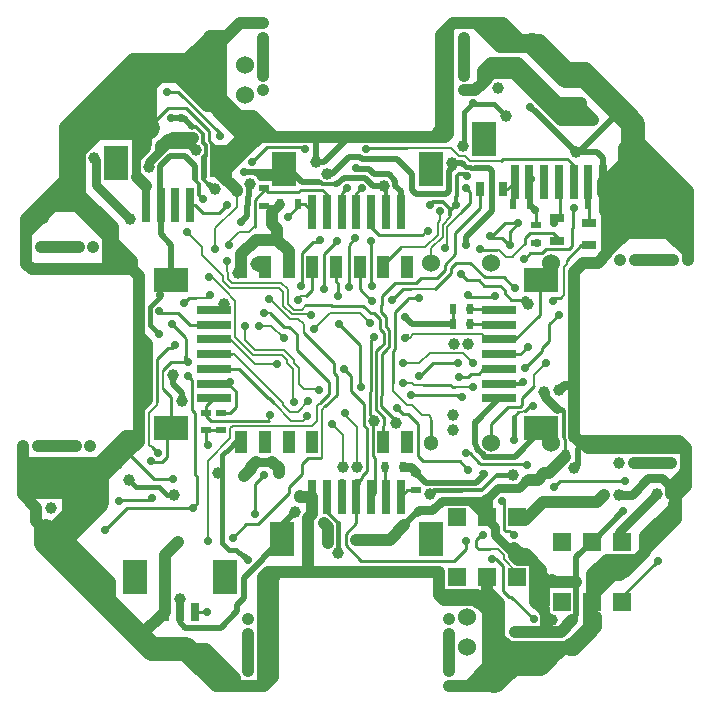
<source format=gbl>
G04 #@! TF.FileFunction,Copper,L2,Bot,Signal*
%FSLAX46Y46*%
G04 Gerber Fmt 4.6, Leading zero omitted, Abs format (unit mm)*
G04 Created by KiCad (PCBNEW 4.0.7) date 02/03/18 21:52:34*
%MOMM*%
%LPD*%
G01*
G04 APERTURE LIST*
%ADD10C,0.100000*%
%ADD11R,1.050000X1.950000*%
%ADD12R,1.524000X1.524000*%
%ADD13C,1.060000*%
%ADD14C,1.006000*%
%ADD15R,3.000000X0.800000*%
%ADD16R,3.000000X2.100000*%
%ADD17C,1.300000*%
%ADD18C,1.524000*%
%ADD19R,0.900000X0.500000*%
%ADD20R,0.500000X0.900000*%
%ADD21R,1.300000X0.700000*%
%ADD22R,0.700000X1.300000*%
%ADD23R,0.800000X1.600000*%
%ADD24R,2.100000X3.000000*%
%ADD25R,0.800000X3.000000*%
%ADD26R,2.000000X3.000000*%
%ADD27R,1.900000X2.800000*%
%ADD28C,1.306000*%
%ADD29C,1.000000*%
%ADD30C,0.706000*%
%ADD31C,0.750000*%
%ADD32C,0.250000*%
%ADD33C,1.000000*%
%ADD34C,0.500000*%
%ADD35C,0.300000*%
%ADD36C,0.203000*%
%ADD37C,2.000000*%
%ADD38C,1.500000*%
%ADD39C,0.400000*%
G04 APERTURE END LIST*
D10*
D11*
X48150000Y-51660000D03*
X46150000Y-51660000D03*
X40150000Y-51660000D03*
X38150000Y-51660000D03*
X36150000Y-51660000D03*
X34150000Y-51660000D03*
X34150000Y-36860000D03*
X36150000Y-36860000D03*
X38150000Y-36860000D03*
X40150000Y-36860000D03*
X42150000Y-36860000D03*
X44150000Y-36860000D03*
X46150000Y-36860000D03*
X48150000Y-36860000D03*
D12*
X63803000Y-65207900D03*
X66343000Y-65207900D03*
X61263000Y-65207900D03*
X66343000Y-60127900D03*
X63803000Y-60127900D03*
X61263000Y-60127900D03*
X54913000Y-63150500D03*
X57453000Y-63150500D03*
X52373000Y-63150500D03*
X57453000Y-58070500D03*
X54913000Y-58070500D03*
X52373000Y-58070500D03*
D13*
X64882500Y-56140100D03*
D14*
X66132500Y-56140100D03*
X69297020Y-56084220D03*
D13*
X70547020Y-56084220D03*
D15*
X55945000Y-44250000D03*
X55945000Y-45500000D03*
X55945000Y-46750000D03*
X55945000Y-43000000D03*
X55945000Y-41750000D03*
D16*
X59545000Y-50550000D03*
X59545000Y-37950000D03*
D15*
X55945000Y-48000000D03*
X55945000Y-40500000D03*
D17*
X50240000Y-51740000D03*
D18*
X55320000Y-51740000D03*
X60400000Y-51740000D03*
X60400000Y-36500000D03*
X55320000Y-36500000D03*
X50240000Y-36500000D03*
D14*
X67486000Y-36290000D03*
D13*
X66236000Y-36290000D03*
D15*
X31815000Y-44250000D03*
X31815000Y-43000000D03*
X31815000Y-41750000D03*
X31815000Y-45500000D03*
X31815000Y-46750000D03*
D16*
X28215000Y-37950000D03*
X28215000Y-50550000D03*
D15*
X31815000Y-40500000D03*
X31815000Y-48000000D03*
D13*
X35990000Y-16224000D03*
D14*
X35990000Y-17474000D03*
D19*
X48960000Y-55795000D03*
X48960000Y-54295000D03*
D20*
X46305000Y-53775000D03*
X47805000Y-53775000D03*
D19*
X31180000Y-49215000D03*
X31180000Y-50715000D03*
X32450000Y-49215000D03*
X32450000Y-50715000D03*
D20*
X38915000Y-31550000D03*
X37415000Y-31550000D03*
D19*
X36060000Y-30210000D03*
X36060000Y-31710000D03*
D20*
X53520000Y-40440000D03*
X52020000Y-40440000D03*
X53520000Y-41710000D03*
X52020000Y-41710000D03*
D21*
X63565000Y-35040000D03*
X63565000Y-33140000D03*
D20*
X63450000Y-31550000D03*
X64950000Y-31550000D03*
D21*
X60867520Y-34648840D03*
X60867520Y-32748840D03*
D19*
X59120000Y-34840000D03*
X59120000Y-33340000D03*
D22*
X54360000Y-30280000D03*
X56260000Y-30280000D03*
D20*
X57100000Y-31550000D03*
X58600000Y-31550000D03*
D23*
X30175000Y-66050000D03*
X28925000Y-66050000D03*
X27675000Y-66050000D03*
D24*
X25125000Y-63150000D03*
X32725000Y-63150000D03*
D25*
X61025000Y-29645000D03*
X62275000Y-29645000D03*
X63525000Y-29645000D03*
X59775000Y-29645000D03*
X58525000Y-29645000D03*
D24*
X67325000Y-26045000D03*
X54725000Y-26045000D03*
D25*
X64775000Y-29645000D03*
X57275000Y-29645000D03*
X43880000Y-56315000D03*
X42630000Y-56315000D03*
X41380000Y-56315000D03*
X45130000Y-56315000D03*
X46380000Y-56315000D03*
D24*
X37580000Y-59915000D03*
X50180000Y-59915000D03*
D25*
X40130000Y-56315000D03*
X47630000Y-56315000D03*
X43880000Y-32185000D03*
X45130000Y-32185000D03*
X46380000Y-32185000D03*
X42630000Y-32185000D03*
X41380000Y-32185000D03*
D24*
X50180000Y-28585000D03*
D26*
X37770000Y-28585000D03*
D25*
X47630000Y-32185000D03*
X40130000Y-32185000D03*
D13*
X15670000Y-52038000D03*
D14*
X16920000Y-52038000D03*
X20115000Y-52038000D03*
D13*
X21365000Y-52038000D03*
X51738000Y-72358000D03*
D14*
X51738000Y-71108000D03*
X51738000Y-67913000D03*
D13*
X51738000Y-66663000D03*
X34720000Y-72358000D03*
D14*
X34720000Y-71108000D03*
X34720000Y-67913000D03*
D13*
X34720000Y-66663000D03*
X53008000Y-16224000D03*
D14*
X53008000Y-17474000D03*
X53008000Y-20669000D03*
D13*
X53008000Y-21919000D03*
X71931000Y-36290000D03*
D14*
X70681000Y-36290000D03*
X67359000Y-53435000D03*
X66109000Y-53435000D03*
X35990000Y-20669000D03*
D13*
X35990000Y-21919000D03*
X15924000Y-35147000D03*
D14*
X17174000Y-35147000D03*
X20369000Y-35147000D03*
D13*
X21619000Y-35147000D03*
D25*
X29800000Y-31640000D03*
X28550000Y-31640000D03*
X27300000Y-31640000D03*
D27*
X32450000Y-27940000D03*
D24*
X23500000Y-28040000D03*
D25*
X26050000Y-31640000D03*
D14*
X18024580Y-57242460D03*
D13*
X16774580Y-57242460D03*
D14*
X71804000Y-53435000D03*
X70554000Y-53435000D03*
D18*
X53262000Y-69056000D03*
X53262000Y-66516000D03*
X34453300Y-19792700D03*
X34453300Y-22332700D03*
D28*
X35570900Y-36582100D03*
D13*
X17371800Y-32734000D03*
X17371800Y-31484000D03*
X31800000Y-71000000D03*
D14*
X30550000Y-71000000D03*
X43960520Y-53800760D03*
X42710520Y-53800760D03*
X53363600Y-43376600D03*
X52113600Y-43376600D03*
D29*
X52098680Y-50641000D03*
X52098680Y-49391000D03*
D14*
X30262300Y-26942800D03*
X26287200Y-28441400D03*
X30015920Y-25967440D03*
D29*
X62865740Y-23028660D03*
X63871580Y-24400260D03*
D30*
X58606160Y-23341080D03*
D29*
X62449940Y-27145640D03*
D30*
X58667120Y-29447240D03*
D29*
X40490000Y-27970000D03*
D30*
X43884320Y-28461720D03*
D29*
X33880000Y-37370000D03*
X32632120Y-39975540D03*
X55895980Y-21751040D03*
D30*
X58989700Y-32030420D03*
D29*
X61030000Y-47310000D03*
D14*
X26275900Y-25075900D03*
D29*
X62317100Y-53930300D03*
D14*
X32383200Y-23247100D03*
D30*
X54800000Y-65300000D03*
D29*
X60642730Y-19727570D03*
D30*
X48020200Y-41105480D03*
X64200000Y-66475000D03*
X39100000Y-56300000D03*
X31320000Y-51910000D03*
X28350000Y-54820000D03*
X47680000Y-32670000D03*
X47825000Y-53800000D03*
X37350000Y-31525000D03*
D29*
X37200000Y-34550000D03*
D30*
X28800000Y-60150000D03*
X31930000Y-35360000D03*
D29*
X33740000Y-30480000D03*
D30*
X54660000Y-54440000D03*
D29*
X60480680Y-66754760D03*
D30*
X30894760Y-31123640D03*
X27180000Y-42570000D03*
D29*
X56524120Y-24112880D03*
D30*
X53719200Y-22995640D03*
D29*
X41410000Y-28970000D03*
X29114220Y-48263560D03*
X28342060Y-46051220D03*
D30*
X34070000Y-33050000D03*
D29*
X34864780Y-29846020D03*
X52929260Y-26648160D03*
X51971680Y-28080720D03*
D30*
X52740000Y-37490000D03*
D29*
X59772020Y-47499020D03*
X57275000Y-67750000D03*
D30*
X66482700Y-57537100D03*
D29*
X58423280Y-39998400D03*
D14*
X28975000Y-65000000D03*
D30*
X59800000Y-28800000D03*
D29*
X61175000Y-67750000D03*
D30*
X37300000Y-54350000D03*
D14*
X41120000Y-58530000D03*
X38660000Y-57660000D03*
D29*
X43860000Y-59960000D03*
D14*
X41440000Y-60240000D03*
D30*
X27280000Y-39220000D03*
D29*
X34375000Y-54575000D03*
D30*
X53135000Y-35040000D03*
X33425000Y-59825000D03*
X36508920Y-39611960D03*
X31317160Y-60071660D03*
X36072040Y-40747340D03*
X46305000Y-53775000D03*
X33094400Y-34992060D03*
X33150000Y-46620000D03*
X53520000Y-41710000D03*
X26450000Y-53290000D03*
X28275000Y-41710000D03*
X29600000Y-44880000D03*
X22600000Y-59150000D03*
X30050000Y-57250000D03*
X29600000Y-46120000D03*
X38570000Y-48270000D03*
X31420000Y-37710000D03*
X36075000Y-54500000D03*
X35300000Y-57750000D03*
X31250000Y-66125000D03*
X52576200Y-46221400D03*
X43122320Y-30158440D03*
X39731420Y-49498000D03*
X45360060Y-42845740D03*
D14*
X45340000Y-49940000D03*
D30*
X48025000Y-42850000D03*
X44341520Y-30178760D03*
X55190000Y-34283400D03*
X57588210Y-33191790D03*
X56909440Y-34999680D03*
X39820320Y-48255940D03*
X42818280Y-45489520D03*
X43920000Y-55160000D03*
X59907400Y-44984060D03*
X57224400Y-59581800D03*
X53135000Y-60077100D03*
X56180460Y-56668420D03*
X58391020Y-43627700D03*
X40011580Y-40930220D03*
X29530000Y-33890000D03*
X57300600Y-38695380D03*
X46907680Y-39680540D03*
X40285900Y-42118940D03*
X60498460Y-39746940D03*
X45045100Y-41644320D03*
D14*
X47225000Y-50050000D03*
D30*
X54371980Y-35334960D03*
X42700000Y-55150000D03*
X49934600Y-33788100D03*
X32962320Y-31621480D03*
X49147960Y-39540840D03*
X53188340Y-52647600D03*
X58336920Y-53605180D03*
X60577200Y-55505100D03*
X66650000Y-55000000D03*
X69403700Y-61745880D03*
X54570100Y-59569100D03*
X37150000Y-45100000D03*
X53500000Y-40475000D03*
X36607220Y-49388780D03*
X38065180Y-32670500D03*
X47630000Y-56315000D03*
X32890000Y-36340000D03*
X34700000Y-61700000D03*
X34344080Y-28822400D03*
D29*
X31880280Y-30310840D03*
X24620960Y-54923440D03*
X28430000Y-56140000D03*
X32190160Y-54324000D03*
D30*
X53282320Y-29213560D03*
D29*
X46200000Y-30000000D03*
D30*
X28217600Y-24260560D03*
X29045640Y-24265640D03*
X52317120Y-31611320D03*
X50097160Y-31646880D03*
X58834760Y-48677580D03*
D29*
X57173600Y-54453540D03*
X50150500Y-56114700D03*
D14*
X21664400Y-27666700D03*
X24737800Y-32848300D03*
D30*
X57240000Y-51500000D03*
X58010000Y-46650000D03*
D29*
X42350000Y-61070000D03*
D30*
X27160000Y-40620000D03*
X31478960Y-39231320D03*
X37710340Y-42926660D03*
X38911000Y-39670740D03*
X35655480Y-41903040D03*
X29280000Y-39920000D03*
X44240000Y-47020000D03*
X42370000Y-41680000D03*
X42300000Y-39300000D03*
X28530020Y-43485820D03*
X27084760Y-52622200D03*
X23810000Y-56680000D03*
X26560000Y-56400000D03*
X45215280Y-39713920D03*
X40682140Y-47331020D03*
X34446440Y-41882720D03*
X50976000Y-32134560D03*
X60643240Y-33135320D03*
X59177660Y-34819340D03*
X39500280Y-26907240D03*
X44671720Y-26902160D03*
X35034960Y-28014680D03*
X53360000Y-54040000D03*
X47280000Y-48810000D03*
X45140000Y-34700000D03*
X45180000Y-38500000D03*
X43750000Y-34460000D03*
X43259480Y-38535360D03*
X42250000Y-34675000D03*
X41120000Y-38730000D03*
X39162460Y-38482020D03*
X40782980Y-34590740D03*
X47837320Y-45045020D03*
X53744600Y-45002200D03*
X48507880Y-47704400D03*
X52817500Y-47859700D03*
X53731900Y-47046900D03*
X47837320Y-46683320D03*
X52525400Y-45002200D03*
X49140340Y-46096580D03*
X58113400Y-36165540D03*
X55606420Y-39360860D03*
X62263760Y-31890720D03*
X53290000Y-39280000D03*
X61027540Y-40907360D03*
X58181980Y-45421300D03*
X53160400Y-30173680D03*
X51347600Y-35288880D03*
X32307000Y-25761700D03*
X27874700Y-22040600D03*
X58890640Y-66673480D03*
X55370200Y-61639200D03*
X41810000Y-50190000D03*
X42890000Y-49220000D03*
D31*
X28395400Y-25952200D02*
X27811200Y-25952200D01*
X27176200Y-26587200D02*
X27176200Y-27171400D01*
X27811200Y-25952200D02*
X27176200Y-26587200D01*
X30262300Y-26942800D02*
X29817800Y-26498300D01*
X29817800Y-26498300D02*
X27849300Y-26498300D01*
D32*
X27849300Y-26498300D02*
X29817800Y-26498300D01*
D33*
X28395400Y-25952200D02*
X30015920Y-25967440D01*
D31*
X26350700Y-27996900D02*
X27176200Y-27171400D01*
X26350700Y-28377900D02*
X26350700Y-27996900D01*
X26287200Y-28441400D02*
X26350700Y-28377900D01*
X27176200Y-27171400D02*
X27849300Y-26498300D01*
X27849300Y-26498300D02*
X28395400Y-25952200D01*
D33*
X60884540Y-22949920D02*
X60884540Y-22906740D01*
X54577720Y-20323560D02*
X54577720Y-21304000D01*
X55309240Y-19592040D02*
X54577720Y-20323560D01*
X57569840Y-19592040D02*
X55309240Y-19592040D01*
X60884540Y-22906740D02*
X57569840Y-19592040D01*
X62865740Y-23394420D02*
X61402700Y-23394420D01*
X61402700Y-23394420D02*
X60788020Y-24009100D01*
X62865740Y-23028660D02*
X62865740Y-23394420D01*
X62865740Y-23394420D02*
X63871580Y-24400260D01*
X62787000Y-22949920D02*
X60884540Y-22949920D01*
X60884540Y-22949920D02*
X59728840Y-22949920D01*
X62865740Y-23028660D02*
X62787000Y-22949920D01*
X53008000Y-21919000D02*
X53962720Y-21919000D01*
X53962720Y-21919000D02*
X54577720Y-21304000D01*
X57262500Y-20483580D02*
X59728840Y-22949920D01*
X54577720Y-21304000D02*
X55398140Y-20483580D01*
X55398140Y-20483580D02*
X57262500Y-20483580D01*
X59728840Y-22949920D02*
X60788020Y-24009100D01*
X60788020Y-24009100D02*
X61179180Y-24400260D01*
X61179180Y-24400260D02*
X63871580Y-24400260D01*
X36895000Y-62665000D02*
X36435000Y-62665000D01*
X36002700Y-63097300D02*
X36002700Y-65169800D01*
X36435000Y-62665000D02*
X36002700Y-63097300D01*
D34*
X36895000Y-63200000D02*
X36500000Y-63200000D01*
X36500000Y-63200000D02*
X36103002Y-63596998D01*
X36103002Y-63596998D02*
X36103002Y-65069498D01*
X36103002Y-65069498D02*
X36002700Y-65169800D01*
D31*
X31800000Y-71000000D02*
X30550000Y-71000000D01*
D34*
X62449940Y-27145640D02*
X62706080Y-27145640D01*
X62706080Y-27145640D02*
X66214020Y-23637700D01*
X62449940Y-27145640D02*
X64254760Y-27145640D01*
X64775000Y-27665880D02*
X64775000Y-29645000D01*
X64254760Y-27145640D02*
X64775000Y-27665880D01*
X58844560Y-23579480D02*
X58606160Y-23341080D01*
X62449940Y-27145640D02*
X58883780Y-23579480D01*
X58883780Y-23579480D02*
X58844560Y-23579480D01*
D35*
X58667120Y-29447240D02*
X58525000Y-29589360D01*
X58525000Y-29589360D02*
X58525000Y-29645000D01*
D34*
X40490000Y-27970000D02*
X41150240Y-27970000D01*
X43285240Y-25835000D02*
X43620000Y-25835000D01*
X41150240Y-27970000D02*
X43285240Y-25835000D01*
X47630000Y-32185000D02*
X47630000Y-30464960D01*
D32*
X40490000Y-27970000D02*
X40460000Y-27940000D01*
D34*
X40460000Y-27940000D02*
X40460000Y-25835000D01*
X43991000Y-28568400D02*
X43884320Y-28461720D01*
X44930800Y-28568400D02*
X43991000Y-28568400D01*
X45377840Y-29015440D02*
X44930800Y-28568400D01*
X46602120Y-29015440D02*
X45377840Y-29015440D01*
X47171080Y-29584400D02*
X46602120Y-29015440D01*
X47171080Y-30006040D02*
X47171080Y-29584400D01*
X47630000Y-30464960D02*
X47171080Y-30006040D01*
D36*
X34150000Y-37100000D02*
X33880000Y-37370000D01*
X32632120Y-39975540D02*
X32107660Y-40500000D01*
X32107660Y-40500000D02*
X31815000Y-40500000D01*
D31*
X37415000Y-31550000D02*
X36750000Y-32215000D01*
D33*
X36750000Y-33250000D02*
X36750000Y-32215000D01*
X37200000Y-33700000D02*
X36750000Y-33250000D01*
X37200000Y-33700000D02*
X37200000Y-34550000D01*
D34*
X58600000Y-31550000D02*
X58600000Y-31640720D01*
X58600000Y-31640720D02*
X58989700Y-32030420D01*
D36*
X61030000Y-47310000D02*
X61040000Y-47300000D01*
D34*
X54660000Y-52970000D02*
X54660000Y-52801000D01*
X55945000Y-48000000D02*
X54060000Y-49885000D01*
X57650000Y-52590000D02*
X57270000Y-52970000D01*
X57650000Y-52590000D02*
X59545000Y-50695000D01*
X57270000Y-52970000D02*
X54660000Y-52970000D01*
X53935100Y-50009900D02*
X54060000Y-49885000D01*
X53935100Y-51900840D02*
X53935100Y-50009900D01*
X54133220Y-52098960D02*
X53935100Y-51900840D01*
X54133220Y-52274220D02*
X54133220Y-52098960D01*
X54660000Y-52801000D02*
X54133220Y-52274220D01*
D33*
X63565000Y-67685000D02*
X63840500Y-67685000D01*
X64200000Y-67325500D02*
X64200000Y-66475000D01*
X63840500Y-67685000D02*
X64200000Y-67325500D01*
X63803000Y-65207900D02*
X63803000Y-64738000D01*
X63803000Y-64738000D02*
X65876000Y-62665000D01*
X67658720Y-61646820D02*
X65065380Y-61646820D01*
X63803000Y-62909200D02*
X63803000Y-63997000D01*
X65065380Y-61646820D02*
X63803000Y-62909200D01*
X56811650Y-69087750D02*
X60112250Y-69087750D01*
X60112250Y-69087750D02*
X60150000Y-69050000D01*
X54913000Y-64445900D02*
X55078100Y-64445900D01*
X55967100Y-69367100D02*
X56450000Y-69850000D01*
X55967100Y-65334900D02*
X55967100Y-69367100D01*
X55078100Y-64445900D02*
X55967100Y-65334900D01*
X50899800Y-64623700D02*
X54123700Y-64623700D01*
X54123700Y-64623700D02*
X54800000Y-65300000D01*
X65121260Y-35726120D02*
X65121260Y-35595160D01*
X65121260Y-35595160D02*
X65632920Y-35083500D01*
X49871100Y-25835000D02*
X51423400Y-25835000D01*
X51661800Y-16632940D02*
X51085220Y-17209520D01*
X51661800Y-25596600D02*
X51661800Y-16632940D01*
X51423400Y-25835000D02*
X51661800Y-25596600D01*
X51085220Y-17209520D02*
X51085220Y-25233780D01*
X51085220Y-25233780D02*
X50484000Y-25835000D01*
X39787300Y-25835000D02*
X39936800Y-25835000D01*
X18522420Y-60242200D02*
X19708600Y-60242200D01*
X23048700Y-63582300D02*
X23048700Y-65698700D01*
X19708600Y-60242200D02*
X23048700Y-63582300D01*
X24907980Y-37079940D02*
X24907980Y-36409380D01*
X24907980Y-36409380D02*
X22860740Y-34362140D01*
X25443920Y-48863000D02*
X25443920Y-48842680D01*
X26134800Y-43427400D02*
X25443920Y-42736520D01*
X26134800Y-48151800D02*
X26134800Y-43427400D01*
X25443920Y-48842680D02*
X26134800Y-48151800D01*
D37*
X19975300Y-55479700D02*
X19975300Y-58789320D01*
X19975300Y-58789320D02*
X20038800Y-58725820D01*
X20038800Y-58725820D02*
X20038800Y-58273700D01*
X20038800Y-58273700D02*
X20038800Y-58725820D01*
X21933640Y-55479700D02*
X19975300Y-55479700D01*
X19975300Y-55479700D02*
X16647900Y-55479700D01*
X16647900Y-55479700D02*
X16533600Y-55365400D01*
X21766000Y-53953160D02*
X16371040Y-53953160D01*
X16371040Y-53953160D02*
X16317700Y-54006500D01*
D32*
X27901500Y-23450300D02*
X26275900Y-25075900D01*
D36*
X24185350Y-24574250D02*
X25774250Y-24574250D01*
X25774250Y-24574250D02*
X26275900Y-25075900D01*
X24546030Y-52570130D02*
X24546030Y-51353470D01*
X20027050Y-31484000D02*
X17371800Y-31484000D01*
X22860740Y-34317690D02*
X20027050Y-31484000D01*
X22860740Y-35540700D02*
X22860740Y-34317690D01*
X25443920Y-38123880D02*
X22860740Y-35540700D01*
X25443920Y-50455580D02*
X25443920Y-48863000D01*
X25443920Y-42736520D02*
X25443920Y-38123880D01*
X24546030Y-51353470D02*
X25443920Y-50455580D01*
X26050000Y-31640000D02*
X26050000Y-29994900D01*
X26050000Y-29994900D02*
X25182300Y-29127200D01*
X25182300Y-29127200D02*
X25182300Y-25571200D01*
X25182300Y-25571200D02*
X24185350Y-24574250D01*
X24185350Y-24574250D02*
X23074100Y-23463000D01*
X23074100Y-23463000D02*
X22553400Y-23463000D01*
X22553400Y-23463000D02*
X19467300Y-26549100D01*
X19467300Y-26549100D02*
X19467300Y-29388500D01*
X19467300Y-29388500D02*
X17371800Y-31484000D01*
D32*
X32350000Y-28040000D02*
X32350000Y-27112800D01*
X32350000Y-27112800D02*
X31405300Y-26168100D01*
X29462200Y-23450300D02*
X27901500Y-23450300D01*
X31405300Y-25393400D02*
X29462200Y-23450300D01*
X31405300Y-26168100D02*
X31405300Y-25393400D01*
D31*
X26050000Y-26498300D02*
X26050000Y-26760900D01*
X26050000Y-26760900D02*
X25182300Y-27628600D01*
X25309300Y-29254200D02*
X25309300Y-28962100D01*
X25309300Y-28962100D02*
X25182300Y-28835100D01*
X25182300Y-28835100D02*
X25182300Y-27628600D01*
D33*
X26050000Y-29994900D02*
X25309300Y-29254200D01*
D31*
X25182300Y-26169500D02*
X26275900Y-25075900D01*
X25182300Y-27628600D02*
X25182300Y-26169500D01*
D33*
X26050000Y-26498300D02*
X26050000Y-25301800D01*
X26050000Y-25301800D02*
X26275900Y-25075900D01*
X26050000Y-26438900D02*
X24687000Y-25075900D01*
X26050000Y-26498300D02*
X26050000Y-26438900D01*
D34*
X62609200Y-52317400D02*
X63295000Y-51631600D01*
X62609200Y-53638200D02*
X62609200Y-52317400D01*
X62317100Y-53930300D02*
X62609200Y-53638200D01*
D33*
X30750000Y-70500000D02*
X31299900Y-70500000D01*
X31130200Y-69200000D02*
X29450000Y-69200000D01*
X33615100Y-71684900D02*
X31130200Y-69200000D01*
X33615100Y-72002400D02*
X33615100Y-71684900D01*
X33297600Y-72319900D02*
X33615100Y-72002400D01*
X33119800Y-72319900D02*
X33297600Y-72319900D01*
X31299900Y-70500000D02*
X33119800Y-72319900D01*
X68321660Y-60978800D02*
X68321660Y-60879740D01*
X70981040Y-58220360D02*
X70981040Y-57166260D01*
X68321660Y-60879740D02*
X70981040Y-58220360D01*
X70981040Y-57166260D02*
X68453740Y-59693560D01*
X68453740Y-59693560D02*
X68321660Y-59693560D01*
X68321660Y-59693560D02*
X68321660Y-60978800D01*
X68321660Y-59693560D02*
X68321660Y-60978800D01*
X68321660Y-60978800D02*
X68321660Y-60983880D01*
X68209900Y-61004200D02*
X68209900Y-61095640D01*
X68301340Y-61004200D02*
X68209900Y-61004200D01*
X68321660Y-60983880D02*
X68301340Y-61004200D01*
X63803000Y-65207900D02*
X63803000Y-63997000D01*
D38*
X66105000Y-62665000D02*
X65876000Y-62665000D01*
X65876000Y-62665000D02*
X65135000Y-62665000D01*
D33*
X63803000Y-63997000D02*
X65135000Y-62665000D01*
X66105000Y-62665000D02*
X66632920Y-62665000D01*
X66632920Y-62665000D02*
X67186280Y-62111640D01*
X54913000Y-63150500D02*
X54913000Y-64445900D01*
X54913000Y-64445900D02*
X54913000Y-65187000D01*
X54913000Y-65187000D02*
X54800000Y-65300000D01*
X54357400Y-65300000D02*
X54166900Y-65300000D01*
X50865000Y-62665000D02*
X39485000Y-62665000D01*
X50899800Y-62699800D02*
X50865000Y-62665000D01*
X50899800Y-64623700D02*
X50899800Y-62699800D01*
X51306200Y-65030100D02*
X50899800Y-64623700D01*
X53897000Y-65030100D02*
X51306200Y-65030100D01*
X54166900Y-65300000D02*
X53897000Y-65030100D01*
D31*
X66132500Y-56140100D02*
X67181200Y-56140100D01*
X69767560Y-54755800D02*
X70547020Y-55535260D01*
X68565500Y-54755800D02*
X69767560Y-54755800D01*
X67181200Y-56140100D02*
X68565500Y-54755800D01*
D37*
X32784600Y-28040000D02*
X34980350Y-25844250D01*
X35081950Y-25844250D02*
X34980350Y-25844250D01*
X34980350Y-25844250D02*
X32383200Y-23247100D01*
X19946090Y-26933910D02*
X19946090Y-26070310D01*
X19946090Y-26591010D02*
X19946090Y-26933910D01*
X23124900Y-23412200D02*
X19946090Y-26591010D01*
X25410900Y-23412200D02*
X23124900Y-23412200D01*
X25449000Y-23374100D02*
X25410900Y-23412200D01*
X25449000Y-21215100D02*
X25449000Y-23374100D01*
X26566600Y-20097500D02*
X25449000Y-21215100D01*
X30008300Y-20097500D02*
X26566600Y-20097500D01*
X31786300Y-21875500D02*
X30008300Y-20097500D01*
X31786300Y-18662400D02*
X31786300Y-21875500D01*
X30300400Y-20148300D02*
X31786300Y-18662400D01*
X25868100Y-20148300D02*
X30300400Y-20148300D01*
X19946090Y-26070310D02*
X25868100Y-20148300D01*
X19946090Y-30774390D02*
X19946090Y-26933910D01*
X21804100Y-25075900D02*
X24687000Y-25075900D01*
X19946090Y-26933910D02*
X21804100Y-25075900D01*
X24687000Y-25075900D02*
X26275900Y-25075900D01*
D33*
X32383200Y-23247100D02*
X31265600Y-23247100D01*
X31265600Y-23247100D02*
X28776400Y-20757900D01*
X28776400Y-20757900D02*
X27239700Y-20757900D01*
X27239700Y-20757900D02*
X26452300Y-21545300D01*
X26452300Y-21545300D02*
X26452300Y-25252300D01*
X32383200Y-23247100D02*
X32383200Y-17826740D01*
X32383200Y-17826740D02*
X32886120Y-17323820D01*
X36895000Y-25835000D02*
X36895000Y-25828500D01*
X36895000Y-25828500D02*
X35126400Y-24059900D01*
X35126400Y-24059900D02*
X33196000Y-24059900D01*
X33196000Y-24059900D02*
X32383200Y-23247100D01*
X32350000Y-28040000D02*
X32886200Y-28040000D01*
X32886200Y-28040000D02*
X35081950Y-25844250D01*
X35081950Y-25844250D02*
X35091200Y-25835000D01*
X36895000Y-25835000D02*
X39787300Y-25835000D01*
X39787300Y-25835000D02*
X40460000Y-25835000D01*
X35091200Y-25835000D02*
X36895000Y-25835000D01*
X55057500Y-66757300D02*
X55057500Y-66000100D01*
X55057500Y-66000100D02*
X54357400Y-65300000D01*
X55794300Y-68070400D02*
X55890900Y-68167000D01*
X55890900Y-68167000D02*
X55890900Y-68306700D01*
X55890900Y-68306700D02*
X55890900Y-68167000D01*
X55057500Y-66757300D02*
X55057500Y-67333600D01*
X55057500Y-67333600D02*
X55890900Y-68167000D01*
X57783660Y-70059760D02*
X57783660Y-70450000D01*
X55890900Y-68167000D02*
X56811650Y-69087750D01*
X56811650Y-69087750D02*
X57783660Y-70059760D01*
X55057500Y-67620900D02*
X55057500Y-68457500D01*
X55057500Y-68457500D02*
X57050000Y-70450000D01*
X56450000Y-69850000D02*
X55681600Y-69850000D01*
X55681600Y-69850000D02*
X55057500Y-69225900D01*
X57050000Y-70450000D02*
X56450000Y-69850000D01*
X54803780Y-72307200D02*
X54803780Y-72200520D01*
X55548000Y-71456300D02*
X55548000Y-71952000D01*
X54803780Y-72200520D02*
X55548000Y-71456300D01*
X54800000Y-65300000D02*
X54357400Y-65300000D01*
X52804800Y-72358000D02*
X53392000Y-72358000D01*
X53392000Y-72358000D02*
X55057500Y-70692500D01*
X55057500Y-70692500D02*
X55057500Y-69225900D01*
X55057500Y-69225900D02*
X55057500Y-67620900D01*
X55057500Y-67620900D02*
X55057500Y-66757300D01*
X55057500Y-66757300D02*
X55057500Y-65557500D01*
X55057500Y-65557500D02*
X54800000Y-65300000D01*
X67186280Y-62111640D02*
X67193900Y-62111640D01*
X67193900Y-62111640D02*
X67658720Y-61646820D01*
X67658720Y-61646820D02*
X68209900Y-61095640D01*
X67699360Y-61598560D02*
X67186280Y-62111640D01*
X68321660Y-59665620D02*
X68321660Y-59693560D01*
X70836260Y-57166260D02*
X68336900Y-59665620D01*
X68336900Y-59665620D02*
X68321660Y-59665620D01*
X70981040Y-57166260D02*
X70836260Y-57166260D01*
X70981040Y-57166260D02*
X70981040Y-57128160D01*
X71659220Y-54301140D02*
X71659220Y-54423060D01*
X71804000Y-54301140D02*
X71659220Y-54301140D01*
X70547020Y-55535260D02*
X70547020Y-56084220D01*
X71659220Y-54423060D02*
X70547020Y-55535260D01*
X70547020Y-56084220D02*
X70785460Y-56084220D01*
X70785460Y-56084220D02*
X70981040Y-56279800D01*
X70981040Y-56279800D02*
X70547020Y-56084220D01*
X67186280Y-62111640D02*
X67699360Y-61598560D01*
X36802800Y-64534800D02*
X36637700Y-64534800D01*
X36637700Y-64534800D02*
X36002700Y-65169800D01*
X36002700Y-72332600D02*
X36028100Y-72358000D01*
X36002700Y-65169800D02*
X36002700Y-72332600D01*
X36802800Y-64534800D02*
X36802800Y-66897000D01*
X36802800Y-66897000D02*
X36739300Y-66960500D01*
X36739300Y-66960500D02*
X36802800Y-66960500D01*
X36895000Y-62665000D02*
X36895000Y-63200000D01*
X36895000Y-63200000D02*
X36895000Y-62736002D01*
X39485000Y-62665000D02*
X39220000Y-62665000D01*
X36895000Y-62665000D02*
X39220000Y-62665000D01*
X36802800Y-62828202D02*
X36802800Y-64534800D01*
X36895000Y-62736002D02*
X36802800Y-62828202D01*
X36028100Y-72358000D02*
X34720000Y-72358000D01*
X36802800Y-71583300D02*
X36028100Y-72358000D01*
X36802800Y-64534800D02*
X36802800Y-66960500D01*
X36802800Y-66960500D02*
X36802800Y-71583300D01*
X62901300Y-51631600D02*
X63295000Y-51631600D01*
X63295000Y-51631600D02*
X71219800Y-51631600D01*
X71219800Y-51631600D02*
X71804000Y-52215800D01*
X71804000Y-52215800D02*
X63485500Y-52215800D01*
X63485500Y-52215800D02*
X62901300Y-51631600D01*
X62295000Y-51200000D02*
X62295000Y-51203100D01*
X62295000Y-51203100D02*
X62723500Y-51631600D01*
X62723500Y-51631600D02*
X62901300Y-51631600D01*
X71804000Y-52215800D02*
X71804000Y-53435000D01*
X24687000Y-51212500D02*
X24369500Y-51212500D01*
X23620200Y-53536600D02*
X23620200Y-53495960D01*
X23579560Y-53536600D02*
X23620200Y-53536600D01*
X23480500Y-53635660D02*
X23579560Y-53536600D01*
X21946340Y-53635660D02*
X23480500Y-53635660D01*
X24369500Y-51212500D02*
X21946340Y-53635660D01*
X21766000Y-53953160D02*
X21946340Y-53953160D01*
X21946340Y-53953160D02*
X24687000Y-51212500D01*
X24687000Y-51212500D02*
X25443920Y-51212500D01*
D37*
X18522420Y-61164220D02*
X18522420Y-60242200D01*
X18522420Y-60242200D02*
X20038800Y-58725820D01*
X21933640Y-54120800D02*
X21766000Y-53953160D01*
X21933640Y-56830980D02*
X21933640Y-55479700D01*
X20038800Y-58725820D02*
X21933640Y-56830980D01*
X21933640Y-55479700D02*
X21933640Y-54120800D01*
D33*
X19467300Y-31700220D02*
X19467300Y-31253180D01*
X19467300Y-31253180D02*
X19946090Y-30774390D01*
X19946090Y-30774390D02*
X20222950Y-30497530D01*
X20243270Y-31700220D02*
X19467300Y-31700220D01*
X19467300Y-31700220D02*
X18207460Y-31700220D01*
X17374340Y-32533340D02*
X17374340Y-32553660D01*
X18207460Y-31700220D02*
X17374340Y-32533340D01*
X20243270Y-30497530D02*
X20222950Y-30497530D01*
X20222950Y-30497530D02*
X19430470Y-30497530D01*
X19430470Y-30497530D02*
X17374340Y-32553660D01*
X17374340Y-32553660D02*
X15924000Y-34004000D01*
X22860740Y-37079940D02*
X22860740Y-34362140D01*
X20243270Y-31744670D02*
X20243270Y-31700220D01*
X22860740Y-34362140D02*
X20243270Y-31744670D01*
X20243270Y-31700220D02*
X20243270Y-30497530D01*
X31128440Y-17717520D02*
X31418000Y-17717520D01*
X24039300Y-37079940D02*
X24039300Y-36719260D01*
X24039300Y-36719260D02*
X23267140Y-35947100D01*
X23267140Y-35947100D02*
X23267140Y-33521400D01*
X23267140Y-33521400D02*
X20243270Y-30497530D01*
X20243270Y-30497530D02*
X19223460Y-29477720D01*
X17572460Y-59208420D02*
X17907740Y-59208420D01*
X17907740Y-59208420D02*
X23620200Y-53495960D01*
X23620200Y-53495960D02*
X24546030Y-52570130D01*
X24546030Y-52570130D02*
X25443920Y-51672240D01*
X25443920Y-51672240D02*
X25443920Y-51212500D01*
X15924000Y-36630360D02*
X15924000Y-35147000D01*
X16373580Y-37079940D02*
X15924000Y-36630360D01*
X24907980Y-37079940D02*
X24039300Y-37079940D01*
X25443920Y-51212500D02*
X25443920Y-37615880D01*
X25443920Y-37615880D02*
X24907980Y-37079940D01*
X24039300Y-37079940D02*
X22860740Y-37079940D01*
X22860740Y-37079940D02*
X16373580Y-37079940D01*
X15670000Y-52977800D02*
X15670000Y-53953160D01*
X15670000Y-52038000D02*
X15670000Y-52977800D01*
X15670000Y-53953160D02*
X15670000Y-56137880D01*
X15670000Y-56137880D02*
X16774580Y-57242460D01*
X16774580Y-57242460D02*
X16774580Y-58410540D01*
D37*
X20550000Y-63191800D02*
X18522420Y-61164220D01*
X18522420Y-61164220D02*
X17572460Y-60214260D01*
X17572460Y-60214260D02*
X17572460Y-59208420D01*
X20550000Y-63191800D02*
X20550000Y-63200000D01*
D33*
X16774580Y-58410540D02*
X17572460Y-59208420D01*
X20080680Y-63200000D02*
X20550000Y-63200000D01*
D37*
X20550000Y-63200000D02*
X23048700Y-65698700D01*
X23048700Y-65698700D02*
X25675000Y-68325000D01*
D33*
X54803780Y-72358000D02*
X54803780Y-72307200D01*
X54803780Y-72307200D02*
X54803780Y-72358000D01*
X71804000Y-54301140D02*
X71804000Y-55456840D01*
X70981040Y-56279800D02*
X70981040Y-57128160D01*
X71804000Y-55456840D02*
X70981040Y-56279800D01*
X70981040Y-57128160D02*
X70802880Y-56950000D01*
D32*
X71185000Y-56950000D02*
X70550000Y-56950000D01*
X70802880Y-56950000D02*
X71185000Y-56950000D01*
D33*
X71804000Y-54301140D02*
X71804000Y-53435000D01*
X66014630Y-33230010D02*
X66014630Y-34281570D01*
X66014630Y-34281570D02*
X65212700Y-35083500D01*
X65121260Y-35083500D02*
X65212700Y-35083500D01*
X65212700Y-35083500D02*
X65632920Y-35083500D01*
X65632920Y-35083500D02*
X66750520Y-33965900D01*
X62295000Y-37265000D02*
X62325080Y-37265000D01*
X62295000Y-46840000D02*
X62295000Y-37265000D01*
X65121260Y-35726120D02*
X65121260Y-35083500D01*
X65121260Y-35083500D02*
X65121260Y-32336640D01*
X64316080Y-36531300D02*
X65121260Y-35726120D01*
X63058780Y-36531300D02*
X64316080Y-36531300D01*
X62325080Y-37265000D02*
X63058780Y-36531300D01*
X70277460Y-33965900D02*
X66750520Y-33965900D01*
X66750520Y-33965900D02*
X66014630Y-33230010D01*
X66014630Y-33230010D02*
X65121260Y-32336640D01*
X65121260Y-32336640D02*
X64950000Y-32165380D01*
X67900000Y-32191840D02*
X65591840Y-32191840D01*
X65591840Y-32191840D02*
X64950000Y-31550000D01*
X71931000Y-32716220D02*
X66894180Y-32716220D01*
X66894180Y-32716220D02*
X64775000Y-30597040D01*
X64775000Y-30597040D02*
X64775000Y-29645000D01*
X69738980Y-33455000D02*
X69853640Y-33455000D01*
X69853640Y-33455000D02*
X71931000Y-31377640D01*
X70600000Y-31000000D02*
X70600000Y-33414680D01*
X70600000Y-33414680D02*
X71931000Y-34745680D01*
X69920160Y-31476700D02*
X69920160Y-32043960D01*
X69920160Y-30320160D02*
X69920160Y-31476700D01*
X69920160Y-32043960D02*
X71931000Y-34054800D01*
X71931000Y-34054800D02*
X71931000Y-34745680D01*
X71931000Y-34745680D02*
X71931000Y-34745680D01*
X70600000Y-31000000D02*
X70600000Y-31550000D01*
X70600000Y-31550000D02*
X69525000Y-32625000D01*
X71931000Y-35703260D02*
X71931000Y-34745680D01*
X71931000Y-34745680D02*
X71931000Y-32716220D01*
X71931000Y-32716220D02*
X71931000Y-31377640D01*
X71931000Y-31377640D02*
X71931000Y-30458160D01*
X71931000Y-30458160D02*
X71161380Y-29688540D01*
X71161380Y-29688540D02*
X67517840Y-26045000D01*
X71931000Y-36290000D02*
X71931000Y-35703260D01*
X71931000Y-35703260D02*
X71931000Y-35619440D01*
D37*
X67900000Y-33300000D02*
X67900000Y-32191840D01*
D38*
X68055000Y-33455000D02*
X67900000Y-33300000D01*
D33*
X69766560Y-33455000D02*
X69738980Y-33455000D01*
X69738980Y-33455000D02*
X68055000Y-33455000D01*
X71931000Y-35619440D02*
X70277460Y-33965900D01*
X70277460Y-33965900D02*
X69766560Y-33455000D01*
X54178940Y-16224000D02*
X54178940Y-16401800D01*
X56037860Y-18260720D02*
X57224040Y-18260720D01*
X54178940Y-16401800D02*
X56037860Y-18260720D01*
X59175880Y-18260720D02*
X57224040Y-18260720D01*
X57224040Y-18260720D02*
X55187320Y-16224000D01*
X53008000Y-16224000D02*
X54178940Y-16224000D01*
X54178940Y-16224000D02*
X55187320Y-16224000D01*
X55187320Y-16224000D02*
X56270480Y-16224000D01*
X56270480Y-16224000D02*
X57697600Y-17651120D01*
X59434960Y-17651120D02*
X57697600Y-17651120D01*
X61781920Y-19998080D02*
X59434960Y-17651120D01*
X63321160Y-19998080D02*
X61781920Y-19998080D01*
X67325000Y-24001920D02*
X63321160Y-19998080D01*
X67325000Y-24001920D02*
X67325000Y-26045000D01*
X52070740Y-16224000D02*
X51085220Y-17209520D01*
X53008000Y-16224000D02*
X52070740Y-16224000D01*
X50484000Y-25835000D02*
X50484000Y-25835000D01*
X50484000Y-25835000D02*
X49871100Y-25835000D01*
X49871100Y-25835000D02*
X44283100Y-25835000D01*
X44283100Y-25835000D02*
X43620000Y-25835000D01*
X50484000Y-25835000D02*
X50564880Y-25835000D01*
X51085220Y-17209520D02*
X51085220Y-25314660D01*
X51085220Y-25314660D02*
X50564880Y-25835000D01*
X15924000Y-35147000D02*
X15924000Y-34004000D01*
X15924000Y-34004000D02*
X15924000Y-32777180D01*
X15924000Y-32777180D02*
X19223460Y-29477720D01*
X19223460Y-29477720D02*
X19223460Y-24994620D01*
X33985940Y-16224000D02*
X34595540Y-16224000D01*
X32886120Y-17323820D02*
X33985940Y-16224000D01*
X34595540Y-16224000D02*
X35990000Y-16224000D01*
X31522140Y-17323820D02*
X32886120Y-17323820D01*
X31128440Y-17717520D02*
X31522140Y-17323820D01*
X29566340Y-19279620D02*
X31128440Y-17717520D01*
X24938460Y-19279620D02*
X29566340Y-19279620D01*
X19223460Y-24994620D02*
X24938460Y-19279620D01*
X30750000Y-70500000D02*
X30750000Y-71121040D01*
D37*
X30750000Y-70500000D02*
X29450000Y-69200000D01*
X29450000Y-69200000D02*
X26550000Y-69200000D01*
X25675000Y-68325000D02*
X26550000Y-69200000D01*
D33*
X31986960Y-72358000D02*
X34720000Y-72358000D01*
X30750000Y-71121040D02*
X31986960Y-72358000D01*
X51738000Y-72358000D02*
X52804800Y-72358000D01*
X52804800Y-72358000D02*
X53173100Y-72358000D01*
X53173100Y-72358000D02*
X54008760Y-72358000D01*
X54008760Y-72358000D02*
X54803780Y-72358000D01*
X54803780Y-72358000D02*
X55875660Y-72358000D01*
X55875660Y-72358000D02*
X57783660Y-70450000D01*
X57783660Y-70450000D02*
X59400000Y-70450000D01*
X67325000Y-26045000D02*
X67517840Y-26045000D01*
X66530740Y-33130740D02*
X64950000Y-31550000D01*
X64950000Y-31550000D02*
X64950000Y-29707800D01*
X64950000Y-29707800D02*
X66320900Y-28336900D01*
D37*
X66530740Y-30919260D02*
X67900000Y-29550000D01*
X70600000Y-31000000D02*
X69920160Y-30320160D01*
X69920160Y-30320160D02*
X67325000Y-27725000D01*
D33*
X55057500Y-70692500D02*
X55057500Y-71042500D01*
D34*
X59545000Y-50695000D02*
X59545000Y-50550000D01*
D31*
X59545000Y-50550000D02*
X59545000Y-50885000D01*
X59545000Y-50885000D02*
X60400000Y-51740000D01*
D33*
X66320900Y-28789020D02*
X66320900Y-28336900D01*
X66536800Y-28121000D02*
X66536800Y-26833200D01*
X66320900Y-28336900D02*
X66536800Y-28121000D01*
X66536800Y-26833200D02*
X67325000Y-26045000D01*
X64950000Y-31550000D02*
X64950000Y-31250000D01*
X64950000Y-31250000D02*
X67900000Y-28300000D01*
X64950000Y-31550000D02*
X64950000Y-32165380D01*
X64950000Y-32165380D02*
X65050900Y-32266280D01*
X64775000Y-29645000D02*
X65353160Y-29645000D01*
X65353160Y-29645000D02*
X67900000Y-32191840D01*
X64775000Y-29645000D02*
X65464920Y-29645000D01*
X65464920Y-29645000D02*
X66320900Y-28789020D01*
X67325000Y-27784920D02*
X67325000Y-27725000D01*
X67325000Y-27725000D02*
X67325000Y-26045000D01*
X66320900Y-28789020D02*
X67325000Y-27784920D01*
X67325000Y-26045000D02*
X67325000Y-27735720D01*
X67325000Y-27735720D02*
X67900000Y-28310720D01*
D32*
X67900000Y-26620000D02*
X67900000Y-28310720D01*
X67900000Y-28310720D02*
X67900000Y-28300000D01*
D37*
X67900000Y-28300000D02*
X67900000Y-29550000D01*
D32*
X67900000Y-26620000D02*
X67325000Y-26045000D01*
D37*
X63260200Y-20683880D02*
X61599040Y-20683880D01*
X61599040Y-20683880D02*
X60642730Y-19727570D01*
X63260200Y-20683880D02*
X66214020Y-23637700D01*
X66214020Y-23637700D02*
X67325000Y-24748680D01*
X60642730Y-19727570D02*
X59175880Y-18260720D01*
D38*
X58769480Y-17854320D02*
X59175880Y-18260720D01*
D37*
X67325000Y-26045000D02*
X67325000Y-24748680D01*
D33*
X43620000Y-25835000D02*
X40460000Y-25835000D01*
X67805000Y-29645000D02*
X67900000Y-29550000D01*
D36*
X67805000Y-29645000D02*
X67900000Y-29550000D01*
D34*
X49150000Y-41710000D02*
X48624720Y-41710000D01*
X48624720Y-41710000D02*
X48020200Y-41105480D01*
X49150000Y-41710000D02*
X52020000Y-41710000D01*
D32*
X59120000Y-33340000D02*
X59120000Y-32083400D01*
D33*
X34150000Y-36860000D02*
X34150000Y-35773280D01*
X34150000Y-35773280D02*
X35373280Y-34550000D01*
X35373280Y-34550000D02*
X37200000Y-34550000D01*
D32*
X64950000Y-31550000D02*
X64950000Y-29820000D01*
X64950000Y-29820000D02*
X64775000Y-29645000D01*
D33*
X63565000Y-65205000D02*
X63565000Y-65385000D01*
D38*
X62050000Y-69050000D02*
X62100000Y-69050000D01*
X62100000Y-69050000D02*
X62200000Y-69050000D01*
X62200000Y-69050000D02*
X63565000Y-67685000D01*
D33*
X60975000Y-69625000D02*
X61550000Y-69050000D01*
X61550000Y-69050000D02*
X62050000Y-69050000D01*
X63565000Y-67110000D02*
X63565000Y-66475000D01*
X63565000Y-67685000D02*
X63565000Y-67110000D01*
X63565000Y-67885000D02*
X63565000Y-67685000D01*
X62050000Y-69050000D02*
X62400000Y-69050000D01*
D32*
X63565000Y-66475000D02*
X64200000Y-66475000D01*
D33*
X63565000Y-66475000D02*
X63565000Y-65205000D01*
D36*
X31990000Y-40500000D02*
X32600000Y-39890000D01*
X34150000Y-37100000D02*
X34150000Y-36860000D01*
X31815000Y-40500000D02*
X31990000Y-40500000D01*
X31815000Y-40500000D02*
X31815000Y-40215000D01*
D32*
X31180000Y-50715000D02*
X31180000Y-51770000D01*
X31180000Y-51770000D02*
X31320000Y-51910000D01*
X28350000Y-54820000D02*
X26770000Y-54820000D01*
X26770000Y-54820000D02*
X24830000Y-52880000D01*
X47680000Y-32670000D02*
X47610000Y-32600000D01*
X47610000Y-32600000D02*
X47630000Y-32185000D01*
X31180000Y-50715000D02*
X32450000Y-50715000D01*
X52020000Y-40440000D02*
X52020000Y-41710000D01*
X58600000Y-31550000D02*
X58600000Y-29720000D01*
X58600000Y-29720000D02*
X58525000Y-29645000D01*
X47825000Y-53800000D02*
X47805000Y-53780000D01*
D31*
X48475000Y-53775000D02*
X47805000Y-53775000D01*
D32*
X47805000Y-53780000D02*
X47805000Y-53775000D01*
D33*
X38150000Y-36860000D02*
X38150000Y-35500000D01*
X38150000Y-35500000D02*
X37200000Y-34550000D01*
D32*
X36060000Y-31710000D02*
X37255000Y-31710000D01*
X37255000Y-31710000D02*
X37415000Y-31550000D01*
X37350000Y-31525000D02*
X37375000Y-31550000D01*
X37375000Y-31550000D02*
X37415000Y-31550000D01*
X37200000Y-31765000D02*
X37415000Y-31550000D01*
X37300000Y-31665000D02*
X37415000Y-31550000D01*
D31*
X62295000Y-46840000D02*
X61500000Y-46840000D01*
X61500000Y-46840000D02*
X61040000Y-47300000D01*
D33*
X68950000Y-33200000D02*
X68950000Y-30600000D01*
X68950000Y-30600000D02*
X67900000Y-29550000D01*
X69525000Y-32625000D02*
X68950000Y-33200000D01*
X68950000Y-33200000D02*
X68850000Y-33300000D01*
X62295000Y-51200000D02*
X62295000Y-46840000D01*
D37*
X67900000Y-32191840D02*
X67900000Y-29550000D01*
D33*
X62295000Y-51235000D02*
X62295000Y-51200000D01*
X27675000Y-66050000D02*
X27675000Y-61275000D01*
X27675000Y-61275000D02*
X28800000Y-60150000D01*
X25675000Y-68325000D02*
X25675000Y-68050000D01*
X25675000Y-68050000D02*
X27675000Y-66050000D01*
D36*
X33740000Y-30480000D02*
X33740000Y-31800000D01*
D32*
X31815000Y-35475000D02*
X31930000Y-35360000D01*
D36*
X31930000Y-33610000D02*
X31930000Y-35360000D01*
X33740000Y-31800000D02*
X31930000Y-33610000D01*
D33*
X33740000Y-30480000D02*
X33740000Y-30390000D01*
X33740000Y-30390000D02*
X32350000Y-29000000D01*
X32350000Y-29000000D02*
X32350000Y-28040000D01*
D32*
X26050000Y-32850000D02*
X26050000Y-31640000D01*
D34*
X54660000Y-54440000D02*
X54660000Y-54490000D01*
X49795000Y-55130000D02*
X48960000Y-54295000D01*
X54020000Y-55130000D02*
X49795000Y-55130000D01*
X54660000Y-54490000D02*
X54020000Y-55130000D01*
X54660000Y-54440000D02*
X54515000Y-54295000D01*
D31*
X48960000Y-54295000D02*
X48960000Y-54260000D01*
X48960000Y-54260000D02*
X48475000Y-53775000D01*
D33*
X40130000Y-56315000D02*
X39115000Y-56315000D01*
X39115000Y-56315000D02*
X39100000Y-56300000D01*
X40130000Y-56315000D02*
X40130000Y-57820000D01*
X40130000Y-57820000D02*
X39800000Y-58150000D01*
X39800000Y-58150000D02*
X39800000Y-62665000D01*
X39800000Y-62665000D02*
X39485000Y-62665000D01*
D32*
X40130000Y-56315000D02*
X40130000Y-57490000D01*
X40130000Y-56315000D02*
X40130000Y-57555000D01*
D33*
X62100000Y-69050000D02*
X60150000Y-69050000D01*
X60150000Y-69050000D02*
X59900000Y-69300000D01*
X59900000Y-69300000D02*
X60225000Y-69625000D01*
X60225000Y-69625000D02*
X60975000Y-69625000D01*
D37*
X59400000Y-70450000D02*
X60225000Y-69625000D01*
X60225000Y-69625000D02*
X60250000Y-69600000D01*
D33*
X54257500Y-71492500D02*
X54607500Y-71492500D01*
X54607500Y-71492500D02*
X55057500Y-71042500D01*
X55057500Y-71042500D02*
X55407500Y-70692500D01*
D37*
X56300000Y-71200000D02*
X55548000Y-71952000D01*
D33*
X56300000Y-70600000D02*
X56300000Y-71200000D01*
X56715000Y-70600000D02*
X56300000Y-70600000D01*
X56807500Y-70692500D02*
X56715000Y-70600000D01*
X55407500Y-70692500D02*
X56807500Y-70692500D01*
D37*
X55548000Y-71952000D02*
X57050000Y-70450000D01*
X57050000Y-70450000D02*
X59400000Y-70450000D01*
D34*
X32340000Y-67410000D02*
X32390000Y-67410000D01*
D32*
X28925000Y-66050000D02*
X28925000Y-66955000D01*
D34*
X29380000Y-67410000D02*
X32340000Y-67410000D01*
X28925000Y-66955000D02*
X29380000Y-67410000D01*
X35970000Y-61630000D02*
X35970000Y-61525000D01*
X34400000Y-63200000D02*
X35970000Y-61630000D01*
X34400000Y-64900000D02*
X34400000Y-63200000D01*
X33800000Y-65500000D02*
X34400000Y-64900000D01*
X33800000Y-66000000D02*
X33800000Y-65500000D01*
X32390000Y-67410000D02*
X33800000Y-66000000D01*
D31*
X56203320Y-55568600D02*
X55893440Y-55568600D01*
X58308980Y-54920900D02*
X57661280Y-55568600D01*
X57661280Y-55568600D02*
X56203320Y-55568600D01*
X58456300Y-54920900D02*
X58308980Y-54920900D01*
X54874900Y-56587140D02*
X54874900Y-56673500D01*
X55893440Y-55568600D02*
X54874900Y-56587140D01*
D34*
X54913000Y-56432200D02*
X54913000Y-56433050D01*
D31*
X53465200Y-56673500D02*
X54874900Y-56673500D01*
X54874900Y-56673500D02*
X54913000Y-56635400D01*
D33*
X54913000Y-58070500D02*
X54913000Y-56635400D01*
D31*
X55624200Y-58908700D02*
X55624200Y-59594500D01*
X55624200Y-59594500D02*
X55916300Y-59886600D01*
D33*
X59479920Y-65164720D02*
X59479920Y-62497720D01*
X57823840Y-61217560D02*
X57254880Y-60648600D01*
X58199760Y-61217560D02*
X57823840Y-61217560D01*
X59479920Y-62497720D02*
X58199760Y-61217560D01*
D31*
X59972680Y-66592200D02*
X59972680Y-66434720D01*
D33*
X59972680Y-67750000D02*
X59972680Y-66592200D01*
D31*
X58875400Y-65215520D02*
X58875400Y-64547500D01*
X59678040Y-66018160D02*
X58875400Y-65215520D01*
X59678040Y-66140080D02*
X59678040Y-66018160D01*
X59972680Y-66434720D02*
X59678040Y-66140080D01*
D32*
X60272400Y-66739520D02*
X60465440Y-66739520D01*
X60465440Y-66739520D02*
X60480680Y-66754760D01*
D35*
X30676320Y-30901320D02*
X30676320Y-30905200D01*
X30676320Y-30900120D02*
X30564560Y-30788360D01*
X30564560Y-30788360D02*
X30564560Y-29879040D01*
X30564560Y-29879040D02*
X30236900Y-29551380D01*
X30236900Y-29551380D02*
X30236900Y-29393900D01*
D34*
X30236900Y-29368500D02*
X30236900Y-29393900D01*
X30236900Y-29368500D02*
X30236900Y-28339800D01*
X30236900Y-28339800D02*
X29335200Y-27438100D01*
X29335200Y-27438100D02*
X28103300Y-27438100D01*
X28103300Y-27438100D02*
X27252400Y-28289000D01*
X27252400Y-31592400D02*
X27252400Y-28289000D01*
D35*
X30676320Y-30901320D02*
X30676320Y-30900120D01*
X30676320Y-30905200D02*
X30894760Y-31123640D01*
X27280000Y-39220000D02*
X27280000Y-39391680D01*
D39*
X26393880Y-41783880D02*
X27180000Y-42570000D01*
X26393880Y-40277800D02*
X26393880Y-41783880D01*
X27280000Y-39391680D02*
X26393880Y-40277800D01*
X55518280Y-23107040D02*
X53830600Y-23107040D01*
X56524120Y-24112880D02*
X55518280Y-23107040D01*
X53830600Y-23107040D02*
X53719200Y-22995640D01*
X52950340Y-26668120D02*
X52950340Y-24186540D01*
X52950340Y-23764500D02*
X52950340Y-24186540D01*
X53719200Y-22995640D02*
X52950340Y-23764500D01*
D34*
X41410000Y-28970000D02*
X41826640Y-28970000D01*
D35*
X51971680Y-28080720D02*
X52124840Y-28233880D01*
D34*
X51750000Y-30200000D02*
X51750000Y-28770160D01*
X48900000Y-30700000D02*
X48550000Y-30350000D01*
X51750000Y-30200000D02*
X51750000Y-30400000D01*
X51750000Y-30400000D02*
X51450000Y-30700000D01*
X51450000Y-30700000D02*
X48970000Y-30700000D01*
X48970000Y-30700000D02*
X48900000Y-30700000D01*
X48550000Y-29000000D02*
X47650000Y-28100000D01*
X48550000Y-30350000D02*
X48550000Y-29000000D01*
X51750000Y-28770160D02*
X52124840Y-28395320D01*
D35*
X52124840Y-28233880D02*
X52124840Y-28395320D01*
D34*
X47310680Y-27760680D02*
X47650000Y-28100000D01*
X44341520Y-27760680D02*
X47310680Y-27760680D01*
X44158640Y-27577800D02*
X44341520Y-27760680D01*
X43218840Y-27577800D02*
X44158640Y-27577800D01*
X41826640Y-28970000D02*
X43218840Y-27577800D01*
D39*
X53900000Y-28470402D02*
X53553500Y-28470402D01*
D34*
X52855600Y-28080720D02*
X51971680Y-28080720D01*
X52855600Y-28080720D02*
X53002920Y-28228040D01*
D39*
X53171782Y-28396902D02*
X53002920Y-28228040D01*
X53480000Y-28396902D02*
X53171782Y-28396902D01*
X53553500Y-28470402D02*
X53480000Y-28396902D01*
D34*
X29116760Y-48266100D02*
X29120000Y-48266100D01*
X29114220Y-48263560D02*
X29116760Y-48266100D01*
X29120000Y-48270000D02*
X29120000Y-48266100D01*
X29120000Y-48266100D02*
X29120000Y-47570000D01*
X28342060Y-46051220D02*
X28350000Y-46059160D01*
X28350000Y-46059160D02*
X28350000Y-46130000D01*
X29120000Y-47570000D02*
X28350000Y-46800000D01*
X28350000Y-46800000D02*
X28350000Y-46130000D01*
X34770000Y-30842582D02*
X34770000Y-29940800D01*
X34650000Y-31694118D02*
X34681998Y-31662120D01*
X34681998Y-31662120D02*
X34681998Y-30930584D01*
X34681998Y-30930584D02*
X34770000Y-30842582D01*
X34070000Y-33050000D02*
X34150000Y-33050000D01*
X34150000Y-33050000D02*
X34650000Y-32550000D01*
X34650000Y-32550000D02*
X34650000Y-31694118D01*
X34770000Y-29940800D02*
X34864780Y-29846020D01*
X55325000Y-28710040D02*
X55085362Y-28470402D01*
X55085362Y-28470402D02*
X53900000Y-28470402D01*
X53900000Y-28470402D02*
X53885060Y-28470402D01*
X55325000Y-28720000D02*
X55325000Y-28710040D01*
D35*
X52929260Y-26648160D02*
X52950340Y-26627080D01*
X52950340Y-26668120D02*
X52950340Y-26627080D01*
D32*
X54710000Y-38460000D02*
X56054300Y-38460000D01*
X54250000Y-38000000D02*
X53370000Y-38000000D01*
X54250000Y-38000000D02*
X54710000Y-38460000D01*
X53370000Y-38000000D02*
X53250000Y-38000000D01*
X53250000Y-38000000D02*
X52740000Y-37490000D01*
X56426840Y-39106860D02*
X56969980Y-39650000D01*
X56426840Y-38832540D02*
X56426840Y-39106860D01*
X56054300Y-38460000D02*
X56426840Y-38832540D01*
D36*
X59705980Y-47565060D02*
X59772020Y-47499020D01*
D33*
X58456300Y-54920900D02*
X59218300Y-54920900D01*
X59218300Y-54920900D02*
X59802500Y-54336700D01*
D31*
X58189600Y-54920900D02*
X58456300Y-54920900D01*
X55916300Y-59886600D02*
X55929000Y-59886600D01*
X57027602Y-61002142D02*
X57027602Y-61357742D01*
X57027602Y-61357742D02*
X57474160Y-61804300D01*
X57474160Y-61804300D02*
X58583300Y-61804300D01*
X58875400Y-62096400D02*
X58583300Y-61804300D01*
D34*
X55624200Y-59594500D02*
X55916300Y-59886600D01*
D31*
X55624200Y-58908700D02*
X54913000Y-58197500D01*
X57027602Y-60985202D02*
X57027602Y-61002142D01*
X55929000Y-59886600D02*
X57027602Y-60985202D01*
X54913000Y-58070500D02*
X54913000Y-58197500D01*
D39*
X58875400Y-64547500D02*
X58875400Y-64560200D01*
X58875400Y-64560200D02*
X59479920Y-65164720D01*
X59479920Y-65164720D02*
X60043800Y-65728600D01*
X60043800Y-65728600D02*
X60043800Y-65830200D01*
D31*
X58875400Y-62096400D02*
X58875400Y-64547500D01*
D39*
X60043800Y-65411100D02*
X60043800Y-63937900D01*
X60043800Y-63937900D02*
X60450200Y-63531500D01*
D35*
X60043800Y-65411100D02*
X60043800Y-65830200D01*
D32*
X60272400Y-66414400D02*
X60272400Y-66338200D01*
X60272400Y-66338200D02*
X60145400Y-66211200D01*
X60145400Y-66211200D02*
X60145400Y-65931800D01*
X60145400Y-65931800D02*
X60043800Y-65830200D01*
D35*
X60272400Y-67750000D02*
X60272400Y-66739520D01*
X60272400Y-66739520D02*
X60272400Y-66414400D01*
D32*
X60043800Y-65830200D02*
X60043800Y-65830200D01*
D33*
X60272400Y-67750000D02*
X59972680Y-67750000D01*
X59972680Y-67750000D02*
X57275000Y-67750000D01*
D31*
X54913000Y-58070500D02*
X54913000Y-58362600D01*
X60310500Y-63531500D02*
X60539100Y-63531500D01*
X58875400Y-62096400D02*
X60310500Y-63531500D01*
D34*
X27252400Y-31592400D02*
X27300000Y-31640000D01*
D31*
X60539100Y-63531500D02*
X60450200Y-63531500D01*
D33*
X60450200Y-63531500D02*
X60450200Y-63417200D01*
D31*
X54938400Y-58070500D02*
X54913000Y-58070500D01*
D33*
X60539100Y-63531500D02*
X62507600Y-63531500D01*
D35*
X60132700Y-63937900D02*
X60539100Y-63531500D01*
D34*
X62152000Y-66770000D02*
X62152000Y-66693800D01*
X62152000Y-66693800D02*
X62507600Y-66338200D01*
X62507600Y-66338200D02*
X62507600Y-63531500D01*
D33*
X61175000Y-67747000D02*
X62152000Y-66770000D01*
X61175000Y-67750000D02*
X61175000Y-67747000D01*
D34*
X62507600Y-61423300D02*
X63803000Y-60127900D01*
X62507600Y-63531500D02*
X62507600Y-61423300D01*
D33*
X54913000Y-58070500D02*
X54913000Y-57321200D01*
X59777100Y-54336700D02*
X59802500Y-54336700D01*
X59802500Y-54336700D02*
X60170800Y-54336700D01*
X60170800Y-54336700D02*
X61501760Y-53005740D01*
D31*
X61501760Y-53005740D02*
X61501760Y-52606960D01*
X51623700Y-56673500D02*
X51128400Y-56673500D01*
X51623700Y-56673500D02*
X53465200Y-56673500D01*
X55052700Y-58261000D02*
X53465200Y-56673500D01*
X50315600Y-57486300D02*
X50150500Y-57486300D01*
X51128400Y-56673500D02*
X50315600Y-57486300D01*
X50150500Y-57486300D02*
X49172600Y-57486300D01*
D34*
X50175900Y-57486300D02*
X50150500Y-57486300D01*
D31*
X49172600Y-57486300D02*
X49020200Y-57638700D01*
D34*
X66482700Y-57537100D02*
X63891900Y-60127900D01*
X63891900Y-60127900D02*
X63803000Y-60127900D01*
X48258900Y-58400000D02*
X49020200Y-57638700D01*
X49020200Y-57638700D02*
X49020200Y-57626000D01*
X48250000Y-58400000D02*
X48258900Y-58400000D01*
D31*
X58171820Y-39746940D02*
X58423280Y-39998400D01*
X58171820Y-39650000D02*
X58171820Y-39746940D01*
D34*
X37580000Y-59915000D02*
X35970000Y-61525000D01*
D35*
X36002700Y-61557700D02*
X35970000Y-61525000D01*
D32*
X28925000Y-66050000D02*
X28925000Y-65050000D01*
X28975000Y-65000000D02*
X28925000Y-65050000D01*
D34*
X63565000Y-60043320D02*
X63565000Y-60125000D01*
D32*
X52950340Y-26668120D02*
X52955420Y-26673200D01*
X56940000Y-39650000D02*
X56969980Y-39650000D01*
X56969980Y-39650000D02*
X58171820Y-39650000D01*
X58171820Y-39650000D02*
X58180000Y-39650000D01*
X59775000Y-28825000D02*
X59800000Y-28800000D01*
X59775000Y-28825000D02*
X59775000Y-29645000D01*
D31*
X35400000Y-53350000D02*
X36750000Y-53350000D01*
D33*
X37300000Y-53900000D02*
X36750000Y-53350000D01*
X37300000Y-54350000D02*
X37300000Y-53900000D01*
X34950000Y-54000000D02*
X34950000Y-53800000D01*
X34950000Y-53800000D02*
X35400000Y-53350000D01*
X34950000Y-54000000D02*
X34375000Y-54575000D01*
D32*
X37580000Y-59915000D02*
X37580000Y-58740000D01*
D34*
X37580000Y-58740000D02*
X38660000Y-57660000D01*
D33*
X46690000Y-59960000D02*
X47900000Y-58750000D01*
X43860000Y-59960000D02*
X46690000Y-59960000D01*
X41440000Y-60240000D02*
X41440000Y-58850000D01*
X41440000Y-58850000D02*
X41120000Y-58530000D01*
D34*
X47900000Y-58750000D02*
X48250000Y-58400000D01*
X48250000Y-58400000D02*
X48200000Y-58450000D01*
X28215000Y-37950000D02*
X28215000Y-34995000D01*
X27300000Y-34080000D02*
X27300000Y-31640000D01*
X28215000Y-34995000D02*
X27300000Y-34080000D01*
D32*
X27280000Y-39220000D02*
X27280000Y-38885000D01*
X27280000Y-38885000D02*
X28215000Y-37950000D01*
D33*
X60272400Y-67750000D02*
X61175000Y-67750000D01*
D34*
X53135000Y-35040000D02*
X53135000Y-34315000D01*
X55325000Y-32125000D02*
X55325000Y-28720000D01*
X53135000Y-34315000D02*
X55325000Y-32125000D01*
D32*
X55325000Y-28720000D02*
X55325000Y-28625000D01*
X61501760Y-51474120D02*
X61501760Y-52606960D01*
X61441998Y-51235000D02*
X61441998Y-51414358D01*
D35*
X61341998Y-49110980D02*
X61441998Y-49210980D01*
X61441998Y-49210980D02*
X61441998Y-51235000D01*
D34*
X60851520Y-48865540D02*
X61159118Y-48865540D01*
D31*
X59772020Y-47450760D02*
X59878700Y-47557440D01*
X59878700Y-47557440D02*
X59878700Y-47892720D01*
X59878700Y-47892720D02*
X60851520Y-48865540D01*
D34*
X61159118Y-48865540D02*
X61341998Y-49048420D01*
D35*
X61341998Y-49048420D02*
X61341998Y-49110980D01*
D32*
X61441998Y-51414358D02*
X61501760Y-51474120D01*
X61501760Y-52606960D02*
X61504300Y-52609500D01*
D36*
X41250000Y-48670000D02*
X41246002Y-48670000D01*
D32*
X41250000Y-48670000D02*
X42244240Y-47675760D01*
X42244240Y-47675760D02*
X42244240Y-46119440D01*
D36*
X38969384Y-41292644D02*
X39417220Y-41740480D01*
X39417220Y-41740480D02*
X39417220Y-42426280D01*
D32*
X39417220Y-42426280D02*
X41954680Y-44963740D01*
X41954680Y-44963740D02*
X41954680Y-45829880D01*
X41954680Y-45829880D02*
X42244240Y-46119440D01*
D36*
X38721260Y-41292644D02*
X38969384Y-41292644D01*
X40990000Y-52940000D02*
X40920000Y-53010000D01*
X40990000Y-50430000D02*
X40990000Y-52940000D01*
X40956002Y-50396002D02*
X40990000Y-50430000D01*
X40956002Y-48960000D02*
X40956002Y-50396002D01*
X41246002Y-48670000D02*
X40956002Y-48960000D01*
D32*
X40920000Y-53010000D02*
X39820000Y-53010000D01*
X34575000Y-58675000D02*
X35575000Y-58675000D01*
X33425000Y-59825000D02*
X34575000Y-58675000D01*
X38200000Y-56050000D02*
X38200000Y-55525000D01*
X35575000Y-58675000D02*
X38200000Y-56050000D01*
X39300000Y-54425000D02*
X38200000Y-55525000D01*
X39300000Y-53530000D02*
X39300000Y-54425000D01*
X39820000Y-53010000D02*
X39300000Y-53530000D01*
D36*
X36508920Y-39611960D02*
X36546752Y-39611960D01*
X38227436Y-41292644D02*
X38721260Y-41292644D01*
X38721260Y-41292644D02*
X38723800Y-41292644D01*
X36546752Y-39611960D02*
X38227436Y-41292644D01*
X40049680Y-50333300D02*
X40106700Y-50333300D01*
D32*
X40781200Y-48413060D02*
X41566060Y-47628200D01*
X41566060Y-47628200D02*
X41566060Y-46599500D01*
X41566060Y-46599500D02*
X38838100Y-43871540D01*
X38838100Y-43871540D02*
X38838100Y-42558360D01*
X38838100Y-42558360D02*
X38198020Y-41918280D01*
D36*
X33402500Y-50333300D02*
X40049680Y-50333300D01*
X33214540Y-50521260D02*
X33402500Y-50333300D01*
X33214540Y-51392480D02*
X33214540Y-50521260D01*
X31301920Y-53305100D02*
X33214540Y-51392480D01*
X31301920Y-60056420D02*
X31301920Y-53305100D01*
X31317160Y-60071660D02*
X31301920Y-60056420D01*
X36072040Y-40747340D02*
X36552100Y-40747340D01*
D32*
X37723040Y-41918280D02*
X38198020Y-41918280D01*
X36552100Y-40747340D02*
X37723040Y-41918280D01*
D36*
X40550000Y-48644260D02*
X40781200Y-48413060D01*
X40550000Y-49890000D02*
X40550000Y-48644260D01*
X40106700Y-50333300D02*
X40550000Y-49890000D01*
D32*
X46305000Y-56240000D02*
X46305000Y-53775000D01*
X46305000Y-56240000D02*
X46380000Y-56315000D01*
X41380000Y-32185000D02*
X41380000Y-30697040D01*
X41380000Y-30697040D02*
X41009040Y-30326080D01*
X41009040Y-30326080D02*
X39195480Y-30326080D01*
X39195480Y-30326080D02*
X38961800Y-30559760D01*
X38961800Y-30559760D02*
X36409760Y-30559760D01*
X36409760Y-30559760D02*
X36060000Y-30210000D01*
D36*
X34400000Y-33930000D02*
X33910000Y-33930000D01*
X34400000Y-33930000D02*
X34760000Y-33930000D01*
X33910000Y-33930000D02*
X33030000Y-34810000D01*
X35260000Y-33430000D02*
X34760000Y-33930000D01*
X33030000Y-34927660D02*
X33030000Y-34810000D01*
X33094400Y-34992060D02*
X33030000Y-34927660D01*
D32*
X36060000Y-30210000D02*
X36060000Y-30370000D01*
X36060000Y-30370000D02*
X35260000Y-31170000D01*
X35260000Y-31170000D02*
X35260000Y-33430000D01*
X35260000Y-33430000D02*
X35260000Y-33510000D01*
X36060000Y-30210000D02*
X35800000Y-30210000D01*
X33150000Y-46620000D02*
X33020000Y-46750000D01*
X33020000Y-46750000D02*
X31815000Y-46750000D01*
X32450000Y-49215000D02*
X33200000Y-49215000D01*
X33720000Y-47425000D02*
X33710000Y-47415000D01*
X33710000Y-47415000D02*
X33045000Y-46750000D01*
X33720000Y-48695000D02*
X33720000Y-47425000D01*
X33200000Y-49215000D02*
X33720000Y-48695000D01*
X33045000Y-46750000D02*
X31815000Y-46750000D01*
X55905000Y-41710000D02*
X53520000Y-41710000D01*
X55905000Y-41710000D02*
X55945000Y-41750000D01*
X27806120Y-50958880D02*
X27806120Y-52393600D01*
X26609560Y-53290000D02*
X26673280Y-53353720D01*
X26673280Y-53353720D02*
X27384480Y-53353720D01*
X27384480Y-53353720D02*
X27806120Y-52932080D01*
X27806120Y-52932080D02*
X27806120Y-52393600D01*
X26450000Y-53290000D02*
X26609560Y-53290000D01*
X27806120Y-50958880D02*
X28215000Y-50550000D01*
X29340000Y-42775000D02*
X29340000Y-42919120D01*
X28275000Y-41710000D02*
X29340000Y-42775000D01*
X29421560Y-44701560D02*
X29600000Y-44880000D01*
X29421560Y-43000680D02*
X29421560Y-44701560D01*
X29340000Y-42919120D02*
X29421560Y-43000680D01*
X29600000Y-44880000D02*
X28200000Y-44880000D01*
X28215000Y-47915000D02*
X28215000Y-50550000D01*
X28200000Y-44880000D02*
X27520000Y-45560000D01*
D36*
X27520000Y-45560000D02*
X27520000Y-47220000D01*
D32*
X27520000Y-47220000D02*
X28215000Y-47915000D01*
X29340000Y-44620000D02*
X29340000Y-44430000D01*
X29600000Y-44880000D02*
X29340000Y-44620000D01*
X28490000Y-50550000D02*
X28215000Y-50550000D01*
X30050000Y-57250000D02*
X30400000Y-56900000D01*
X30400000Y-54620000D02*
X30400000Y-56900000D01*
X30200000Y-54420000D02*
X30400000Y-54620000D01*
X30200000Y-49210000D02*
X30200000Y-54420000D01*
X30200000Y-49200000D02*
X30200000Y-49210000D01*
X29960000Y-48960000D02*
X30200000Y-49200000D01*
X24500000Y-57250000D02*
X30050000Y-57250000D01*
X22600000Y-59150000D02*
X24500000Y-57250000D01*
X29960000Y-46480000D02*
X29960000Y-48960000D01*
X29600000Y-46120000D02*
X29960000Y-46480000D01*
D36*
X33630000Y-41830000D02*
X33630000Y-42813800D01*
X33630000Y-39715826D02*
X32756002Y-38841828D01*
D32*
X38570000Y-48270000D02*
X38550000Y-48250000D01*
D36*
X38550000Y-48250000D02*
X38550000Y-45550000D01*
X38550000Y-45550000D02*
X38000000Y-45000000D01*
X38000000Y-45000000D02*
X38000000Y-44740000D01*
X33630000Y-41830000D02*
X33630000Y-39850000D01*
X31624174Y-37710000D02*
X31420000Y-37710000D01*
X32756002Y-38841828D02*
X31624174Y-37710000D01*
X33630000Y-39850000D02*
X33630000Y-39715826D01*
X37550640Y-44290640D02*
X38000000Y-44740000D01*
X35106840Y-44290640D02*
X37550640Y-44290640D01*
X33630000Y-42813800D02*
X35106840Y-44290640D01*
D32*
X36075000Y-54500000D02*
X35300000Y-55275000D01*
X35300000Y-55275000D02*
X35300000Y-57750000D01*
X31250000Y-66125000D02*
X31175000Y-66050000D01*
X30175000Y-66050000D02*
X31175000Y-66050000D01*
X52576200Y-46221400D02*
X53298600Y-46221400D01*
X54220000Y-45910000D02*
X54630000Y-45500000D01*
X53610000Y-45910000D02*
X54220000Y-45910000D01*
X53298600Y-46221400D02*
X53610000Y-45910000D01*
X54630000Y-45500000D02*
X55945000Y-45500000D01*
D36*
X54554900Y-45500000D02*
X55945000Y-45500000D01*
D32*
X43122320Y-30158440D02*
X42630000Y-30650760D01*
X42630000Y-32185000D02*
X42630000Y-30650760D01*
X45340000Y-49940000D02*
X45340000Y-49710000D01*
X45110000Y-43095800D02*
X45360060Y-42845740D01*
X45110000Y-47360000D02*
X45110000Y-43095800D01*
X45010000Y-47460000D02*
X45110000Y-47360000D01*
X45010000Y-49380000D02*
X45010000Y-47460000D01*
X45340000Y-49710000D02*
X45010000Y-49380000D01*
X45340000Y-49940000D02*
X45340000Y-50280000D01*
X45460000Y-53070000D02*
X45460000Y-55985000D01*
X45270000Y-52880000D02*
X45460000Y-53070000D01*
X45270000Y-50350000D02*
X45270000Y-52880000D01*
X45340000Y-50280000D02*
X45270000Y-50350000D01*
X45460000Y-55985000D02*
X45130000Y-56315000D01*
D36*
X36897162Y-48421422D02*
X38367440Y-49891700D01*
X38367440Y-49891700D02*
X39308300Y-49891700D01*
D32*
X36896422Y-48403578D02*
X36896422Y-48421422D01*
X36442844Y-47950000D02*
X36896422Y-48403578D01*
X33975000Y-45500000D02*
X31815000Y-45500000D01*
X33975000Y-45500000D02*
X36425000Y-47950000D01*
X36425000Y-47950000D02*
X36442844Y-47950000D01*
D36*
X36896422Y-48421422D02*
X36897162Y-48421422D01*
X39350420Y-49891700D02*
X39716180Y-49525940D01*
X39308300Y-49891700D02*
X39350420Y-49891700D01*
X39716180Y-49513240D02*
X39716180Y-49525940D01*
X39731420Y-49498000D02*
X39716180Y-49513240D01*
X45350000Y-42855800D02*
X45360060Y-42845740D01*
X55945000Y-43000000D02*
X54942800Y-43000000D01*
X54942800Y-43000000D02*
X54506600Y-42563800D01*
X48403800Y-42850000D02*
X48025000Y-42850000D01*
X48690000Y-42563800D02*
X48403800Y-42850000D01*
X54506600Y-42563800D02*
X48690000Y-42563800D01*
D32*
X59389240Y-39429080D02*
X59389240Y-38105760D01*
X59389240Y-38105760D02*
X59545000Y-37950000D01*
X55945000Y-43000000D02*
X57304220Y-43000000D01*
X57304220Y-43000000D02*
X59389240Y-40914980D01*
X59389240Y-40914980D02*
X59389240Y-39429080D01*
X59389240Y-39429080D02*
X59389240Y-39421460D01*
D36*
X55945000Y-43000000D02*
X54781360Y-43000000D01*
X48321720Y-42553280D02*
X48025000Y-42850000D01*
D32*
X45350000Y-49940000D02*
X45350000Y-50050000D01*
X45340000Y-49940000D02*
X45350000Y-49940000D01*
X55970000Y-42975000D02*
X55945000Y-43000000D01*
X59545000Y-37950000D02*
X59545000Y-37355000D01*
X59545000Y-37355000D02*
X60400000Y-36500000D01*
X48025000Y-42850000D02*
X48150000Y-42725000D01*
X55670000Y-42725000D02*
X55945000Y-43000000D01*
X55695000Y-42750000D02*
X55945000Y-43000000D01*
X45225000Y-50175000D02*
X45350000Y-50050000D01*
X60390000Y-36630000D02*
X60390000Y-37105000D01*
X60390000Y-37105000D02*
X59545000Y-37950000D01*
X43880000Y-30640280D02*
X43880000Y-32185000D01*
X44341520Y-30178760D02*
X43880000Y-30640280D01*
X55202560Y-34430000D02*
X55202560Y-34362140D01*
D36*
X55202560Y-34362140D02*
X55202560Y-34295960D01*
X55202560Y-34295960D02*
X55190000Y-34283400D01*
X56882260Y-34972500D02*
X56882260Y-35067900D01*
X56909440Y-34999680D02*
X56882260Y-34972500D01*
X56882260Y-35119820D02*
X56882260Y-35067900D01*
D32*
X56882260Y-35067900D02*
X56882260Y-33897740D01*
X56882260Y-33897740D02*
X57588210Y-33191790D01*
X55190000Y-34430000D02*
X55202560Y-34430000D01*
X55190000Y-34430000D02*
X56450000Y-33170000D01*
X56450000Y-33170000D02*
X57610000Y-33170000D01*
X55202560Y-34430000D02*
X55990000Y-34430000D01*
X56882260Y-35067900D02*
X56244360Y-34430000D01*
X56244360Y-34430000D02*
X55990000Y-34430000D01*
D36*
X33500440Y-44250000D02*
X37676560Y-48426120D01*
X37676560Y-48426120D02*
X37676560Y-48570900D01*
X37676560Y-48570900D02*
X38265840Y-49160180D01*
X38265840Y-49160180D02*
X38855120Y-49160180D01*
D32*
X31815000Y-44250000D02*
X33375000Y-44250000D01*
D36*
X33375000Y-44250000D02*
X33500440Y-44250000D01*
X39812700Y-48255940D02*
X39820320Y-48255940D01*
X38908460Y-49160180D02*
X39812700Y-48255940D01*
X38855120Y-49160180D02*
X38908460Y-49160180D01*
D32*
X44350000Y-54730000D02*
X44350000Y-54590000D01*
X43920000Y-55160000D02*
X44350000Y-54730000D01*
X43193440Y-45864680D02*
X43194680Y-45864680D01*
X43193440Y-45864680D02*
X42818280Y-45489520D01*
X43400000Y-47370000D02*
X44490000Y-48460000D01*
X43400000Y-46070000D02*
X43400000Y-47370000D01*
X43194680Y-45864680D02*
X43400000Y-46070000D01*
X44490000Y-50280000D02*
X44490000Y-48460000D01*
X44800000Y-50590000D02*
X44490000Y-50280000D01*
X44800000Y-54140000D02*
X44800000Y-50590000D01*
X44350000Y-54590000D02*
X44800000Y-54140000D01*
D36*
X58880000Y-46970000D02*
X58880000Y-46011460D01*
D32*
X57910000Y-47980000D02*
X57910000Y-47940000D01*
X55320000Y-50160000D02*
X55320000Y-51740000D01*
X57910000Y-48520000D02*
X57910000Y-47980000D01*
X57700000Y-48730000D02*
X57910000Y-48520000D01*
X56750000Y-48730000D02*
X57700000Y-48730000D01*
X55320000Y-50160000D02*
X56750000Y-48730000D01*
X57910000Y-47940000D02*
X58880000Y-46970000D01*
D36*
X58880000Y-46011460D02*
X59907400Y-44984060D01*
D32*
X56348100Y-57702200D02*
X56348100Y-56836060D01*
X52140600Y-61770000D02*
X53135000Y-60775600D01*
X53135000Y-60775600D02*
X53135000Y-60077100D01*
X51450000Y-61770000D02*
X51924700Y-61770000D01*
X43880000Y-56315000D02*
X43880000Y-58530000D01*
X44310000Y-61770000D02*
X51450000Y-61770000D01*
X42960000Y-60420000D02*
X44310000Y-61770000D01*
X42960000Y-59450000D02*
X42960000Y-60420000D01*
X43880000Y-58530000D02*
X42960000Y-59450000D01*
X51924700Y-61770000D02*
X52140600Y-61770000D01*
X56348100Y-59086500D02*
X56348100Y-57702200D01*
X56487800Y-59226200D02*
X56348100Y-59086500D01*
X56792600Y-59226200D02*
X56487800Y-59226200D01*
D36*
X56868800Y-59226200D02*
X56792600Y-59226200D01*
X57224400Y-59581800D02*
X56868800Y-59226200D01*
X56348100Y-56836060D02*
X56180460Y-56668420D01*
D32*
X58391020Y-43627700D02*
X57768720Y-44250000D01*
X57768720Y-44250000D02*
X55945000Y-44250000D01*
X43880000Y-30945000D02*
X43880000Y-32185000D01*
D36*
X39968002Y-40886642D02*
X40011580Y-40930220D01*
X39968002Y-40886642D02*
X39455320Y-40886642D01*
X32600000Y-38060000D02*
X32600000Y-38075400D01*
X32600000Y-38060000D02*
X32600000Y-37670000D01*
X30790000Y-35150000D02*
X29530000Y-33890000D01*
X30790000Y-35860000D02*
X30790000Y-35150000D01*
X32600000Y-37670000D02*
X30790000Y-35860000D01*
X38395608Y-40886642D02*
X39455320Y-40886642D01*
X39455320Y-40886642D02*
X39470958Y-40886642D01*
X37675178Y-40166212D02*
X38395608Y-40886642D01*
X37675178Y-38992200D02*
X37675178Y-40166212D01*
X37317038Y-38634060D02*
X37675178Y-38992200D01*
X33158660Y-38634060D02*
X37317038Y-38634060D01*
X32600000Y-38075400D02*
X33158660Y-38634060D01*
X57300600Y-38695380D02*
X57320000Y-38714780D01*
X57320000Y-38714780D02*
X57320000Y-38800000D01*
D32*
X46907680Y-39680540D02*
X47858220Y-38730000D01*
X47858220Y-38730000D02*
X48540000Y-38730000D01*
D36*
X40285900Y-42118940D02*
X41624840Y-40780000D01*
X41624840Y-40780000D02*
X44190000Y-40780000D01*
X57320000Y-38700000D02*
X57320000Y-38800000D01*
D32*
X56360000Y-37740000D02*
X57320000Y-38700000D01*
X54760000Y-37740000D02*
X56360000Y-37740000D01*
X53540000Y-36520000D02*
X54760000Y-37740000D01*
X52280000Y-36520000D02*
X53540000Y-36520000D01*
X51850000Y-36950000D02*
X52280000Y-36520000D01*
X51850000Y-37420000D02*
X51850000Y-36950000D01*
X50540000Y-38730000D02*
X51850000Y-37420000D01*
D36*
X48540000Y-38730000D02*
X50540000Y-38730000D01*
X44190000Y-40780000D02*
X45070000Y-41660000D01*
D32*
X60514770Y-39730630D02*
X60517710Y-39730630D01*
X60498460Y-39746940D02*
X60514770Y-39730630D01*
D36*
X45049710Y-41639710D02*
X45070000Y-41660000D01*
X45045100Y-41644320D02*
X45049710Y-41639710D01*
X60517000Y-39731340D02*
X60517710Y-39730630D01*
X60517710Y-39730630D02*
X60727820Y-39520520D01*
D32*
X60727820Y-39520520D02*
X61182480Y-39520520D01*
D36*
X61470000Y-39233000D02*
X61182480Y-39520520D01*
X61470000Y-36890000D02*
X61730000Y-36630000D01*
X61730000Y-36630000D02*
X61730000Y-36250000D01*
D32*
X62940000Y-35040000D02*
X61730000Y-36250000D01*
D36*
X61470000Y-39270000D02*
X61470000Y-39233000D01*
X61470000Y-39233000D02*
X61470000Y-36890000D01*
X62940000Y-35040000D02*
X63565000Y-35040000D01*
D32*
X63565000Y-35040000D02*
X63250000Y-35040000D01*
X47225000Y-50050000D02*
X47225000Y-49945000D01*
X52262000Y-33968080D02*
X54360000Y-31870080D01*
X54360000Y-31870080D02*
X54360000Y-31090000D01*
X51360000Y-37090000D02*
X51360000Y-36698880D01*
X49340000Y-37780000D02*
X48930000Y-38190000D01*
X48930000Y-38190000D02*
X47180000Y-38190000D01*
X47180000Y-38190000D02*
X46730000Y-38640000D01*
X49470000Y-37780000D02*
X50670000Y-37780000D01*
X50670000Y-37780000D02*
X51360000Y-37090000D01*
X49470000Y-37780000D02*
X49340000Y-37780000D01*
X46539962Y-42090000D02*
X46353002Y-41903040D01*
X46353002Y-41903040D02*
X46353002Y-41114120D01*
X46353002Y-41114120D02*
X45927240Y-40688358D01*
X45927240Y-40688358D02*
X45927240Y-40160600D01*
X45927240Y-40160600D02*
X46059320Y-40028520D01*
X46059320Y-40028520D02*
X46059320Y-39310680D01*
X46059320Y-39310680D02*
X46730000Y-38640000D01*
X46680000Y-43580000D02*
X46380000Y-43880000D01*
X46680000Y-42230000D02*
X46680000Y-43580000D01*
X46540000Y-42090000D02*
X46680000Y-42230000D01*
X46540000Y-42090000D02*
X46539962Y-42090000D01*
X52262000Y-35796880D02*
X52262000Y-35075520D01*
X51360000Y-36698880D02*
X52262000Y-35796880D01*
X54360000Y-31090000D02*
X54360000Y-30280000D01*
X52262000Y-35075520D02*
X52262000Y-33968080D01*
X46050000Y-44210000D02*
X46380000Y-43880000D01*
X46050000Y-47720000D02*
X46050000Y-44210000D01*
X45960000Y-47810000D02*
X46050000Y-47720000D01*
X45960000Y-48680000D02*
X45960000Y-47810000D01*
X47225000Y-49945000D02*
X45960000Y-48680000D01*
X47225000Y-49835000D02*
X47225000Y-50050000D01*
X47225000Y-50050000D02*
X47250000Y-50025000D01*
D36*
X57105020Y-36008060D02*
X57105020Y-35987740D01*
X55945780Y-35400000D02*
X56553840Y-36008060D01*
X56553840Y-36008060D02*
X57105020Y-36008060D01*
D32*
X55040000Y-35400000D02*
X55790000Y-35400000D01*
X54440000Y-35400000D02*
X55040000Y-35400000D01*
D36*
X55790000Y-35400000D02*
X55945780Y-35400000D01*
D32*
X58121020Y-34971740D02*
X58121020Y-34469220D01*
D36*
X57105020Y-35987740D02*
X58121020Y-34971740D01*
D32*
X54373470Y-35333470D02*
X54440000Y-35400000D01*
X54371980Y-35334960D02*
X54373470Y-35333470D01*
X54440000Y-35400000D02*
X54370000Y-35330000D01*
X58121020Y-34469220D02*
X58185280Y-34404960D01*
X60516960Y-33983320D02*
X61088500Y-34554860D01*
X58606920Y-33983320D02*
X59968320Y-33983320D01*
X58185280Y-34404960D02*
X58606920Y-33983320D01*
X59968320Y-33983320D02*
X60516960Y-33983320D01*
X42700000Y-55150000D02*
X42630000Y-55220000D01*
X42630000Y-55220000D02*
X42630000Y-56315000D01*
X42630000Y-55140000D02*
X42650000Y-55120000D01*
X42630000Y-55140000D02*
X42630000Y-56315000D01*
D36*
X49503560Y-34161120D02*
X49561580Y-34161120D01*
D32*
X49503560Y-34161120D02*
X45821120Y-34161120D01*
X45821120Y-34161120D02*
X45720000Y-34060000D01*
X45130000Y-33470000D02*
X45720000Y-34060000D01*
D36*
X49561580Y-34161120D02*
X49934600Y-33788100D01*
D32*
X45130000Y-32185000D02*
X45130000Y-33470000D01*
X45130000Y-32185000D02*
X45130000Y-33450000D01*
X29800000Y-31640000D02*
X30252880Y-31640000D01*
X32261280Y-32322520D02*
X32962320Y-31621480D01*
X30935400Y-32322520D02*
X32261280Y-32322520D01*
X30252880Y-31640000D02*
X30935400Y-32322520D01*
D36*
X29800000Y-31640000D02*
X29826160Y-31640000D01*
D32*
X29800000Y-31640000D02*
X30080000Y-31640000D01*
D36*
X48565740Y-48524260D02*
X48164260Y-48524260D01*
D32*
X47150000Y-43820000D02*
X47150000Y-42270000D01*
X46980000Y-43990000D02*
X47150000Y-43820000D01*
X46980000Y-46690000D02*
X46980000Y-43990000D01*
D36*
X46980000Y-47340000D02*
X46980000Y-46690000D01*
X48164260Y-48524260D02*
X46980000Y-47340000D01*
D32*
X48235040Y-39580000D02*
X48245200Y-39580000D01*
X48245200Y-39580000D02*
X48284360Y-39540840D01*
X48284360Y-39540840D02*
X49147960Y-39540840D01*
X47150000Y-40665040D02*
X47150000Y-42270000D01*
X47150000Y-40665040D02*
X48235040Y-39580000D01*
D36*
X50240000Y-49810000D02*
X50240000Y-49627020D01*
D32*
X50240000Y-49810000D02*
X50240000Y-51740000D01*
D36*
X49437520Y-49396040D02*
X48565740Y-48524260D01*
X48565740Y-48524260D02*
X48561220Y-48519740D01*
X50009020Y-49396040D02*
X49437520Y-49396040D01*
X50240000Y-49627020D02*
X50009020Y-49396040D01*
D32*
X47150000Y-42270000D02*
X47150000Y-42230000D01*
X47150000Y-42270000D02*
X47150000Y-42240000D01*
X54292850Y-53432850D02*
X54288550Y-53432850D01*
X54288550Y-53432850D02*
X53477900Y-52622200D01*
D36*
X53213740Y-52622200D02*
X53477900Y-52622200D01*
X53188340Y-52647600D02*
X53213740Y-52622200D01*
D35*
X58352100Y-53590000D02*
X58458900Y-53590000D01*
X58336920Y-53605180D02*
X58352100Y-53590000D01*
D32*
X57170000Y-53590000D02*
X58458900Y-53590000D01*
X54450000Y-53590000D02*
X57170000Y-53590000D01*
X54292850Y-53432850D02*
X54450000Y-53590000D01*
X63100000Y-55000000D02*
X61082300Y-55000000D01*
X61082300Y-55000000D02*
X60577200Y-55505100D01*
X66650000Y-55000000D02*
X63100000Y-55000000D01*
X54290000Y-53430000D02*
X54292850Y-53432850D01*
X66105000Y-65020000D02*
X69403700Y-61745880D01*
X66105000Y-65205000D02*
X66105000Y-65020000D01*
X66105000Y-65205000D02*
X66105000Y-65095000D01*
X54036700Y-60064400D02*
X54036700Y-59962800D01*
X54252600Y-60788300D02*
X54036700Y-60572400D01*
X54036700Y-60572400D02*
X54036700Y-60064400D01*
D36*
X56348100Y-61639200D02*
X57453000Y-62744100D01*
X56348100Y-61639200D02*
X56348100Y-61283600D01*
X56348100Y-61283600D02*
X55852800Y-60788300D01*
X55852800Y-60788300D02*
X55154300Y-60788300D01*
D32*
X55154300Y-60788300D02*
X54252600Y-60788300D01*
D36*
X54430400Y-59569100D02*
X54570100Y-59569100D01*
D32*
X54036700Y-59962800D02*
X54430400Y-59569100D01*
D36*
X57453000Y-63150500D02*
X57453000Y-62744100D01*
X31815000Y-43000000D02*
X33198980Y-43000000D01*
X33198980Y-43000000D02*
X35298980Y-45100000D01*
X35298980Y-45100000D02*
X37150000Y-45100000D01*
D32*
X53500000Y-40475000D02*
X53520000Y-40455000D01*
X53520000Y-40455000D02*
X53520000Y-40440000D01*
X53520000Y-40440000D02*
X55885000Y-40440000D01*
X55885000Y-40440000D02*
X55945000Y-40500000D01*
X55885000Y-40440000D02*
X55945000Y-40500000D01*
D36*
X36475000Y-49875000D02*
X36475000Y-49521000D01*
D32*
X31180000Y-49215000D02*
X31180000Y-49505000D01*
X31180000Y-49505000D02*
X31550000Y-49875000D01*
X31550000Y-49875000D02*
X36475000Y-49875000D01*
D36*
X36475000Y-49521000D02*
X36607220Y-49388780D01*
D32*
X31180000Y-49215000D02*
X31180000Y-48635000D01*
X31180000Y-48635000D02*
X31815000Y-48000000D01*
X38073338Y-32662342D02*
X38086492Y-32662342D01*
X38065180Y-32670500D02*
X38073338Y-32662342D01*
X38080000Y-32670000D02*
X38086492Y-32662342D01*
X38086492Y-32662342D02*
X38915000Y-31685000D01*
X38915000Y-31685000D02*
X38915000Y-31550000D01*
X38915000Y-31550000D02*
X39495000Y-31550000D01*
X39495000Y-31550000D02*
X40130000Y-32185000D01*
X48960000Y-55795000D02*
X48150000Y-55795000D01*
X48150000Y-55795000D02*
X47630000Y-56315000D01*
X46230000Y-50230000D02*
X46230000Y-49620000D01*
X39724560Y-40122500D02*
X39772820Y-40074240D01*
X39772820Y-40074240D02*
X41705760Y-40074240D01*
X41705760Y-40074240D02*
X41774340Y-40142820D01*
X41774340Y-40142820D02*
X44443880Y-40142820D01*
X44443880Y-40142820D02*
X45101740Y-40800680D01*
X45101740Y-40800680D02*
X45398920Y-40800680D01*
X45398920Y-40800680D02*
X45900000Y-41301760D01*
X45900000Y-41301760D02*
X45900000Y-42130000D01*
D36*
X33050000Y-37820000D02*
X33050000Y-37892940D01*
X32890000Y-37230000D02*
X33050000Y-37390000D01*
X33050000Y-37390000D02*
X33050000Y-37820000D01*
X32890000Y-36340000D02*
X32890000Y-37230000D01*
X39287680Y-40480640D02*
X39645820Y-40122500D01*
X38563780Y-40480640D02*
X39287680Y-40480640D01*
X38081180Y-39998040D02*
X38563780Y-40480640D01*
X38081180Y-38766140D02*
X38081180Y-39998040D01*
X37504600Y-38189560D02*
X38081180Y-38766140D01*
X33346620Y-38189560D02*
X37504600Y-38189560D01*
X33050000Y-37892940D02*
X33346620Y-38189560D01*
D32*
X46150000Y-50310000D02*
X46150000Y-51660000D01*
X46150000Y-50310000D02*
X46230000Y-50230000D01*
X45920000Y-43660000D02*
X46210000Y-43370000D01*
X46210000Y-43370000D02*
X46210000Y-42440000D01*
X46210000Y-42440000D02*
X45900000Y-42130000D01*
X39645820Y-40122500D02*
X39724560Y-40122500D01*
X45570000Y-44010000D02*
X45920000Y-43660000D01*
X45570000Y-47560000D02*
X45570000Y-44010000D01*
X45500000Y-47630000D02*
X45570000Y-47560000D01*
X45500000Y-48890000D02*
X45500000Y-47630000D01*
X46230000Y-49620000D02*
X45500000Y-48890000D01*
D39*
X34250000Y-61380000D02*
X33730000Y-60860000D01*
X33730000Y-60860000D02*
X33130000Y-60860000D01*
X33130000Y-60860000D02*
X32490000Y-60220000D01*
X32490000Y-60220000D02*
X32490000Y-54329080D01*
D34*
X34380000Y-61380000D02*
X34250000Y-61380000D01*
X34700000Y-61700000D02*
X34380000Y-61380000D01*
D32*
X58156180Y-49073820D02*
X58814240Y-48415760D01*
D34*
X31377360Y-29919680D02*
X31489120Y-29919680D01*
D35*
X30978580Y-29393900D02*
X30915080Y-29457400D01*
D34*
X35111160Y-28822400D02*
X34344080Y-28822400D01*
D35*
X31377360Y-29919680D02*
X30915080Y-29457400D01*
X30978580Y-29393900D02*
X30978580Y-29251660D01*
D34*
X31489120Y-29919680D02*
X31880280Y-30310840D01*
D39*
X28430000Y-56140000D02*
X27813640Y-56140000D01*
X27813640Y-56140000D02*
X27171120Y-55497480D01*
X27171120Y-55497480D02*
X25195000Y-55497480D01*
X25195000Y-55497480D02*
X24620960Y-54923440D01*
X32490000Y-54329080D02*
X32195240Y-54329080D01*
X32190160Y-54324000D02*
X32195240Y-54329080D01*
D35*
X53282320Y-29213560D02*
X53068960Y-29000200D01*
X53068960Y-29000200D02*
X52576200Y-29000200D01*
X52576200Y-29000200D02*
X52367920Y-29208480D01*
X52367920Y-29208480D02*
X52367920Y-30889960D01*
X52367920Y-30889960D02*
X52317120Y-30940760D01*
X52317120Y-30940760D02*
X52317120Y-31611320D01*
D34*
X42086000Y-29843480D02*
X42273960Y-29843480D01*
D35*
X40877442Y-29716480D02*
X40999362Y-29838400D01*
X40999362Y-29838400D02*
X42080920Y-29838400D01*
X42080920Y-29838400D02*
X42086000Y-29843480D01*
D34*
X38170680Y-28585000D02*
X39302160Y-29716480D01*
X39302160Y-29716480D02*
X40749960Y-29716480D01*
D35*
X40749960Y-29716480D02*
X40877442Y-29716480D01*
D34*
X45326080Y-30000000D02*
X46200000Y-30000000D01*
X44651400Y-29325320D02*
X45326080Y-30000000D01*
X42792120Y-29325320D02*
X44651400Y-29325320D01*
X42273960Y-29843480D02*
X42792120Y-29325320D01*
D35*
X46200000Y-30000000D02*
X46057600Y-30000000D01*
D34*
X37770000Y-28585000D02*
X38170680Y-28585000D01*
X35111160Y-28822400D02*
X37532600Y-28822400D01*
X37532600Y-28822400D02*
X37770000Y-28585000D01*
D35*
X35410880Y-29015440D02*
X35304200Y-29015440D01*
X35695360Y-29299920D02*
X35410880Y-29015440D01*
D34*
X35695360Y-29299920D02*
X36772320Y-29299920D01*
D35*
X35304200Y-29015440D02*
X35111160Y-28822400D01*
D34*
X30978580Y-27605740D02*
X30978580Y-29251660D01*
X30978580Y-29251660D02*
X30981120Y-29254200D01*
X29045640Y-24265640D02*
X28222680Y-24265640D01*
D35*
X28222680Y-24265640D02*
X28217600Y-24260560D01*
X29248840Y-24265640D02*
X29045640Y-24265640D01*
D34*
X29970200Y-24987000D02*
X29248840Y-24265640D01*
D35*
X30322904Y-24987000D02*
X29970200Y-24987000D01*
X30927298Y-25591394D02*
X30322904Y-24987000D01*
X30927298Y-26366094D02*
X30927298Y-25591394D01*
X31123360Y-26562156D02*
X30927298Y-26366094D01*
X31123360Y-27460960D02*
X31123360Y-26562156D01*
X30915080Y-27669240D02*
X30978580Y-27605740D01*
X30978580Y-27605740D02*
X31123360Y-27460960D01*
X37310800Y-29838400D02*
X36772320Y-29299920D01*
X37770000Y-28753280D02*
X37770000Y-28585000D01*
X46200000Y-30000000D02*
X46042360Y-30000000D01*
X51814960Y-31972760D02*
X51955680Y-31972760D01*
X51955680Y-31972760D02*
X52317120Y-31611320D01*
X51814960Y-31972760D02*
X51814960Y-32495240D01*
X51255400Y-31413200D02*
X51814960Y-31972760D01*
X50330840Y-31413200D02*
X51255400Y-31413200D01*
X50097160Y-31646880D02*
X50330840Y-31413200D01*
D32*
X46200000Y-30000000D02*
X46380000Y-30180000D01*
D35*
X46380000Y-30180000D02*
X46380000Y-32185000D01*
D36*
X51180358Y-34196416D02*
X51180358Y-34310182D01*
X51814960Y-32644606D02*
X51180358Y-33279208D01*
X51180358Y-33279208D02*
X51180358Y-34196416D01*
X51814960Y-32495240D02*
X51814960Y-32644606D01*
X50240000Y-35250540D02*
X50240000Y-36500000D01*
X51180358Y-34310182D02*
X50240000Y-35250540D01*
X58814240Y-48415760D02*
X58814240Y-48657060D01*
X58814240Y-48657060D02*
X58834760Y-48677580D01*
D39*
X55827400Y-54489100D02*
X57138040Y-54489100D01*
D35*
X55113660Y-55172360D02*
X55144140Y-55172360D01*
X55144140Y-55172360D02*
X55827400Y-54489100D01*
X57138040Y-54489100D02*
X57173600Y-54453540D01*
D39*
X50940440Y-55794660D02*
X50470540Y-55794660D01*
X50470540Y-55794660D02*
X50150500Y-56114700D01*
X52743840Y-55794660D02*
X50940440Y-55794660D01*
D35*
X52743840Y-55794660D02*
X54491360Y-55794660D01*
X54491360Y-55794660D02*
X55113660Y-55172360D01*
X55113660Y-55172360D02*
X55123820Y-55162200D01*
D31*
X22934400Y-31044900D02*
X24737800Y-32848300D01*
X21842200Y-27844500D02*
X21664400Y-27666700D01*
X21842200Y-29952700D02*
X21842200Y-28009600D01*
X22934400Y-31044900D02*
X21842200Y-29952700D01*
X21842200Y-28009600D02*
X21842200Y-27844500D01*
D32*
X58032120Y-49073820D02*
X58156180Y-49073820D01*
D36*
X57922938Y-49183002D02*
X58032120Y-49073820D01*
D32*
X57240000Y-49570000D02*
X57240000Y-49538280D01*
D39*
X57240000Y-51500000D02*
X57240000Y-49570000D01*
D32*
X57595278Y-49183002D02*
X57676520Y-49183002D01*
X57240000Y-49538280D02*
X57595278Y-49183002D01*
D36*
X57676520Y-49183002D02*
X57922938Y-49183002D01*
X51814960Y-32495240D02*
X51814960Y-32502500D01*
D32*
X50240000Y-36500000D02*
X50240000Y-36140000D01*
D35*
X57910000Y-46750000D02*
X55945000Y-46750000D01*
D32*
X58010000Y-46650000D02*
X57910000Y-46750000D01*
X57325000Y-46625000D02*
X57200000Y-46750000D01*
X57200000Y-46750000D02*
X55945000Y-46750000D01*
X54750000Y-46750000D02*
X55945000Y-46750000D01*
D39*
X32490000Y-54329080D02*
X32490000Y-53660000D01*
X32490000Y-52835000D02*
X33150000Y-52175000D01*
X33150000Y-52175000D02*
X33675000Y-51650000D01*
X32490000Y-53660000D02*
X32490000Y-52835000D01*
D32*
X33675000Y-51650000D02*
X34340000Y-51650000D01*
X34340000Y-51650000D02*
X34340000Y-52165000D01*
X34340000Y-51935000D02*
X34340000Y-51650000D01*
D39*
X42350000Y-58960000D02*
X42350000Y-58550000D01*
X42350000Y-61070000D02*
X42350000Y-58960000D01*
D32*
X42350000Y-58550000D02*
X41380000Y-57580000D01*
X41380000Y-57580000D02*
X41380000Y-56315000D01*
X41380000Y-54955000D02*
X41380000Y-56315000D01*
X28775000Y-40750000D02*
X29775000Y-41750000D01*
X29775000Y-41750000D02*
X31815000Y-41750000D01*
X27290000Y-40750000D02*
X28775000Y-40750000D01*
X27160000Y-40620000D02*
X27290000Y-40750000D01*
D36*
X30300000Y-39520000D02*
X31190280Y-39520000D01*
X31190280Y-39520000D02*
X31478960Y-39231320D01*
X38911760Y-39657680D02*
X39209440Y-39360000D01*
X39209440Y-39360000D02*
X39640000Y-39360000D01*
X36686720Y-41903040D02*
X37710340Y-42926660D01*
X35655480Y-41903040D02*
X36686720Y-41903040D01*
D32*
X39640000Y-39360000D02*
X40150000Y-38850000D01*
X40150000Y-38850000D02*
X40150000Y-36860000D01*
D36*
X38911760Y-39669980D02*
X38911760Y-39657680D01*
X38911000Y-39670740D02*
X38911760Y-39669980D01*
X35655480Y-41903040D02*
X35680880Y-41928440D01*
X30300000Y-39530000D02*
X30300000Y-39520000D01*
X30310000Y-39520000D02*
X30300000Y-39530000D01*
D32*
X29280000Y-39920000D02*
X29680000Y-39520000D01*
X29680000Y-39520000D02*
X30300000Y-39520000D01*
X30300000Y-39520000D02*
X30190000Y-39520000D01*
X44190000Y-43770000D02*
X44190000Y-46970000D01*
X44240000Y-47020000D02*
X44190000Y-46970000D01*
X42150000Y-36860000D02*
X42150000Y-38120000D01*
X42150000Y-38120000D02*
X42300000Y-38270000D01*
X44160000Y-43470000D02*
X44160000Y-43740000D01*
X42370000Y-41680000D02*
X44160000Y-43470000D01*
X42300000Y-38270000D02*
X42300000Y-39300000D01*
X44160000Y-43740000D02*
X44190000Y-43770000D01*
X44190000Y-43770000D02*
X44160000Y-43740000D01*
X26546680Y-52140000D02*
X26602560Y-52140000D01*
X28272540Y-43743300D02*
X28530020Y-43485820D01*
X28270000Y-43750000D02*
X28270000Y-43743300D01*
D36*
X26546680Y-52140000D02*
X26343080Y-51936400D01*
X26343080Y-51936400D02*
X26343080Y-49223680D01*
X26343080Y-49223680D02*
X27030000Y-48536760D01*
X27030000Y-48536760D02*
X27030000Y-48340000D01*
D32*
X27360000Y-44350000D02*
X27360000Y-44300000D01*
X27030000Y-46460000D02*
X27030000Y-44680000D01*
X27030000Y-48340000D02*
X27030000Y-46460000D01*
X27030000Y-44680000D02*
X27360000Y-44350000D01*
X27360000Y-44300000D02*
X27910000Y-43750000D01*
X27910000Y-43750000D02*
X28270000Y-43750000D01*
X28270000Y-43743300D02*
X28272540Y-43743300D01*
X26602560Y-52140000D02*
X27084760Y-52622200D01*
X23810000Y-56680000D02*
X23920000Y-56570000D01*
X23920000Y-56570000D02*
X25900000Y-56570000D01*
X26390000Y-56570000D02*
X25900000Y-56570000D01*
X26560000Y-56400000D02*
X26390000Y-56570000D01*
X44150000Y-38770000D02*
X45060000Y-39680000D01*
X44150000Y-36860000D02*
X44150000Y-38770000D01*
X45185020Y-39680000D02*
X45060000Y-39680000D01*
X45208420Y-39703400D02*
X45185020Y-39680000D01*
D36*
X45208420Y-39707060D02*
X45208420Y-39703400D01*
X45215280Y-39713920D02*
X45208420Y-39707060D01*
X38626420Y-44975580D02*
X39059080Y-45408240D01*
X39059080Y-45408240D02*
X39059080Y-46805240D01*
X39059080Y-46805240D02*
X39440080Y-47186240D01*
X39440080Y-47186240D02*
X40537360Y-47186240D01*
X40537360Y-47186240D02*
X40682140Y-47331020D01*
X37524920Y-43884638D02*
X37731058Y-43884638D01*
X34446440Y-41882720D02*
X34446440Y-42756480D01*
X34446440Y-42756480D02*
X34446440Y-43015560D01*
X34446440Y-43015560D02*
X35315518Y-43884638D01*
X35315518Y-43884638D02*
X37524920Y-43884638D01*
X37731058Y-43884638D02*
X38626420Y-44780000D01*
X38626420Y-44780000D02*
X38626420Y-44975580D01*
D32*
X46340000Y-36850000D02*
X46340000Y-36460000D01*
D36*
X48301960Y-35190000D02*
X49726366Y-35190000D01*
X47680000Y-35190000D02*
X48301960Y-35190000D01*
D32*
X46210000Y-36660000D02*
X47680000Y-35190000D01*
D36*
X50774356Y-34142010D02*
X50774356Y-34026860D01*
X49726366Y-35190000D02*
X50774356Y-34142010D01*
X50774356Y-34026860D02*
X50774356Y-33111036D01*
X50976000Y-32909392D02*
X50976000Y-32134560D01*
X50774356Y-33111036D02*
X50976000Y-32909392D01*
D32*
X46210000Y-36860000D02*
X46210000Y-36660000D01*
X56260000Y-30280000D02*
X56640000Y-30280000D01*
X56640000Y-30280000D02*
X57275000Y-29645000D01*
X57100000Y-31550000D02*
X57100000Y-29820000D01*
X57100000Y-29820000D02*
X57275000Y-29645000D01*
D36*
X60867520Y-32748840D02*
X60867520Y-32911040D01*
X60867520Y-32911040D02*
X60643240Y-33135320D01*
X59177660Y-34819340D02*
X59157000Y-34840000D01*
X59157000Y-34840000D02*
X59120000Y-34840000D01*
D32*
X61088500Y-32654860D02*
X61088500Y-29708500D01*
X61088500Y-29708500D02*
X61025000Y-29645000D01*
D36*
X60913280Y-32654860D02*
X61088500Y-32654860D01*
D32*
X35970000Y-27030000D02*
X35970000Y-27079640D01*
X39313040Y-26720000D02*
X39500280Y-26907240D01*
X44671720Y-26902160D02*
X44813880Y-26760000D01*
X44813880Y-26760000D02*
X48180000Y-26760000D01*
D36*
X53464840Y-27892400D02*
X53058800Y-27486360D01*
X53058800Y-27486360D02*
X52581280Y-27486360D01*
X52581280Y-27486360D02*
X51854920Y-26760000D01*
X51854920Y-26760000D02*
X51680000Y-26760000D01*
D32*
X56297420Y-27700000D02*
X56105020Y-27892400D01*
X36280000Y-26720000D02*
X39020000Y-26720000D01*
X35970000Y-27030000D02*
X36280000Y-26720000D01*
D36*
X48180000Y-26760000D02*
X51680000Y-26760000D01*
D32*
X56297420Y-27700000D02*
X56592700Y-27700000D01*
D36*
X56105020Y-27892400D02*
X53464840Y-27892400D01*
D32*
X39020000Y-26720000D02*
X39313040Y-26720000D01*
X35970000Y-27079640D02*
X35034960Y-28014680D01*
X61700000Y-27700000D02*
X62275000Y-28275000D01*
X56592700Y-27700000D02*
X61700000Y-27700000D01*
D36*
X56590000Y-27700000D02*
X56592700Y-27700000D01*
X62275000Y-28275000D02*
X62275000Y-29645000D01*
D32*
X63450000Y-31550000D02*
X63450000Y-29720000D01*
X63450000Y-29720000D02*
X63525000Y-29645000D01*
X63565000Y-33140000D02*
X63565000Y-31665000D01*
X63565000Y-31665000D02*
X63450000Y-31550000D01*
D31*
X66105000Y-60125000D02*
X66105000Y-59276240D01*
X66105000Y-59276240D02*
X69297020Y-56084220D01*
D33*
X57592700Y-58261000D02*
X58164200Y-58261000D01*
X58164200Y-58261000D02*
X59675500Y-56749700D01*
X59675500Y-56749700D02*
X64272900Y-56749700D01*
X64272900Y-56749700D02*
X64882500Y-56140100D01*
X16920000Y-52038000D02*
X20115000Y-52038000D01*
X51738000Y-71108000D02*
X51738000Y-67913000D01*
X34720000Y-71108000D02*
X34720000Y-67913000D01*
X53008000Y-20669000D02*
X53008000Y-17474000D01*
X67486000Y-36290000D02*
X70681000Y-36290000D01*
X67359000Y-53435000D02*
X70554000Y-53435000D01*
X35990000Y-17474000D02*
X35990000Y-20669000D01*
X20369000Y-35147000D02*
X17174000Y-35147000D01*
D32*
X48250000Y-49360000D02*
X47830000Y-49360000D01*
X52640000Y-53320000D02*
X53360000Y-54040000D01*
X49100000Y-52900000D02*
X49520000Y-53320000D01*
X49100000Y-50210000D02*
X49100000Y-52900000D01*
X48250000Y-49360000D02*
X49100000Y-50210000D01*
X49520000Y-53320000D02*
X52640000Y-53320000D01*
X47830000Y-49360000D02*
X47280000Y-48810000D01*
X45080000Y-38400000D02*
X45140000Y-34700000D01*
X45180000Y-38500000D02*
X45080000Y-38400000D01*
X43300000Y-34910000D02*
X43300000Y-35030000D01*
X43750000Y-34460000D02*
X43300000Y-34910000D01*
X43240000Y-35090000D02*
X43240000Y-38540000D01*
X43300000Y-35030000D02*
X43240000Y-35090000D01*
D36*
X43240000Y-38535360D02*
X43240000Y-38540000D01*
X43259480Y-38535360D02*
X43240000Y-38535360D01*
D32*
X41120000Y-38730000D02*
X41140000Y-38710000D01*
X41140000Y-38710000D02*
X41140000Y-35785000D01*
X41140000Y-35785000D02*
X41350000Y-35575000D01*
X41350000Y-35575000D02*
X42250000Y-34675000D01*
D36*
X39174480Y-38470000D02*
X39250000Y-38470000D01*
X39162460Y-38482020D02*
X39174480Y-38470000D01*
D32*
X40540000Y-34730000D02*
X40643720Y-34730000D01*
X39250000Y-38470000D02*
X39290000Y-38510000D01*
X39250000Y-35660000D02*
X39250000Y-38470000D01*
X40180000Y-34730000D02*
X39250000Y-35660000D01*
X40540000Y-34730000D02*
X40180000Y-34730000D01*
X40643720Y-34730000D02*
X40782980Y-34590740D01*
D36*
X49218680Y-45045020D02*
X50074300Y-44189400D01*
X50074300Y-44189400D02*
X52931800Y-44189400D01*
X53744600Y-45002200D02*
X52931800Y-44189400D01*
X47837320Y-45045020D02*
X49218680Y-45045020D01*
X53652800Y-44910400D02*
X53744600Y-45002200D01*
D32*
X48507880Y-47704400D02*
X52662200Y-47704400D01*
X52662200Y-47704400D02*
X52817500Y-47859700D01*
D36*
X52474600Y-47859700D02*
X52817500Y-47859700D01*
D32*
X49528200Y-46907200D02*
X51877200Y-46907200D01*
D36*
X52246000Y-47034200D02*
X53719200Y-47034200D01*
X53719200Y-47034200D02*
X53731900Y-47046900D01*
X47837320Y-46683320D02*
X48567720Y-46683320D01*
X48791600Y-46907200D02*
X49515500Y-46907200D01*
X48567720Y-46683320D02*
X48791600Y-46907200D01*
X49515500Y-46907200D02*
X49528200Y-46907200D01*
D32*
X52004200Y-47034200D02*
X52246000Y-47034200D01*
X51877200Y-46907200D02*
X52004200Y-47034200D01*
D36*
X48027820Y-46873820D02*
X47837320Y-46683320D01*
D32*
X49273420Y-46096580D02*
X50367800Y-45002200D01*
X50367800Y-45002200D02*
X52525400Y-45002200D01*
X49140340Y-46096580D02*
X49273420Y-46096580D01*
D36*
X49140340Y-46096580D02*
X49140340Y-45910760D01*
D32*
X62250000Y-33500000D02*
X62250000Y-31904480D01*
D36*
X58113400Y-36165540D02*
X58118840Y-36160100D01*
X58118840Y-36160100D02*
X58131940Y-36160100D01*
D32*
X62107040Y-35116160D02*
X62107040Y-33642960D01*
X61847960Y-35375240D02*
X62107040Y-35116160D01*
X59917560Y-35375240D02*
X61847960Y-35375240D01*
X59577200Y-35715600D02*
X59917560Y-35375240D01*
X58576440Y-35715600D02*
X59577200Y-35715600D01*
X58131940Y-36160100D02*
X58576440Y-35715600D01*
X62107040Y-33642960D02*
X62250000Y-33500000D01*
D36*
X55588640Y-39390000D02*
X55588640Y-39378640D01*
X55606420Y-39360860D02*
X55588640Y-39378640D01*
X62250000Y-31904480D02*
X62263760Y-31890720D01*
D32*
X53290000Y-39280000D02*
X53400000Y-39390000D01*
X53400000Y-39390000D02*
X55588640Y-39390000D01*
X55588640Y-39390000D02*
X55620000Y-39390000D01*
X55620000Y-39390000D02*
X55450000Y-39220000D01*
X59628000Y-43968060D02*
X58154800Y-45441260D01*
X60219820Y-43160340D02*
X59628000Y-43752160D01*
X59628000Y-43752160D02*
X59628000Y-43968060D01*
X60219820Y-41715080D02*
X60219820Y-43160340D01*
X61027540Y-40907360D02*
X60219820Y-41715080D01*
D36*
X58162020Y-45441260D02*
X58154800Y-45441260D01*
X58181980Y-45421300D02*
X58162020Y-45441260D01*
D32*
X53476120Y-31478880D02*
X53476120Y-30489400D01*
X53476120Y-30489400D02*
X53160400Y-30173680D01*
X52721740Y-32312000D02*
X52721740Y-32233260D01*
D36*
X51980060Y-33091780D02*
X51586360Y-33485480D01*
X51586360Y-33485480D02*
X51586360Y-35050120D01*
X51586360Y-35050120D02*
X51347600Y-35288880D01*
X52721740Y-32312000D02*
X51980060Y-33053680D01*
X51980060Y-33053680D02*
X51980060Y-33091780D01*
D32*
X52721740Y-32233260D02*
X53476120Y-31478880D01*
D36*
X35545500Y-36569400D02*
X35859400Y-36569400D01*
X35859400Y-36569400D02*
X36150000Y-36860000D01*
D32*
X32307000Y-25761700D02*
X32307000Y-25533100D01*
X28814500Y-22040600D02*
X27874700Y-22040600D01*
X32307000Y-25533100D02*
X28814500Y-22040600D01*
X57005960Y-64788800D02*
X58890640Y-66673480D01*
X56805300Y-64788800D02*
X56297300Y-64280800D01*
X56297300Y-64280800D02*
X56297300Y-62210700D01*
X56297300Y-62210700D02*
X55700400Y-61613800D01*
X55535300Y-61613800D02*
X55700400Y-61613800D01*
X56805300Y-64788800D02*
X57005960Y-64788800D01*
D36*
X55535300Y-61613800D02*
X55395600Y-61613800D01*
X55395600Y-61613800D02*
X55370200Y-61639200D01*
X42710000Y-51090000D02*
X42710000Y-53790000D01*
X41810000Y-50190000D02*
X42710000Y-51090000D01*
X42890000Y-49220000D02*
X42890000Y-49380000D01*
X43960000Y-53790000D02*
X43960000Y-50450000D01*
X42890000Y-49380000D02*
X43960000Y-50450000D01*
M02*

</source>
